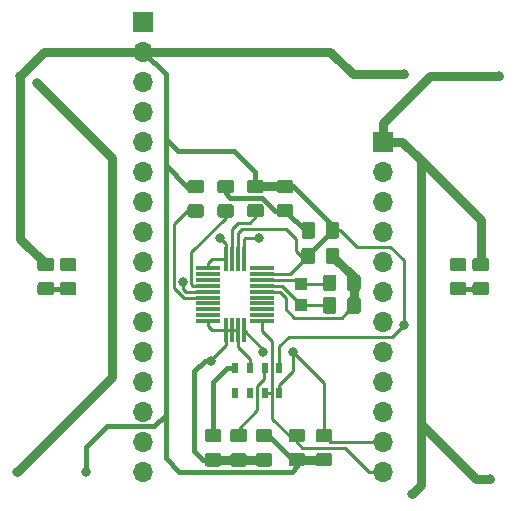
<source format=gbr>
G04 #@! TF.GenerationSoftware,KiCad,Pcbnew,(5.1.5)-3*
G04 #@! TF.CreationDate,2019-12-26T08:27:47-08:00*
G04 #@! TF.ProjectId,featherwing_copter,66656174-6865-4727-9769-6e675f636f70,rev?*
G04 #@! TF.SameCoordinates,Original*
G04 #@! TF.FileFunction,Copper,L1,Top*
G04 #@! TF.FilePolarity,Positive*
%FSLAX46Y46*%
G04 Gerber Fmt 4.6, Leading zero omitted, Abs format (unit mm)*
G04 Created by KiCad (PCBNEW (5.1.5)-3) date 2019-12-26 08:27:47*
%MOMM*%
%LPD*%
G04 APERTURE LIST*
%ADD10R,0.300000X2.000000*%
%ADD11R,2.000000X0.300000*%
%ADD12C,0.100000*%
%ADD13R,0.550000X0.950000*%
%ADD14R,1.100000X1.050000*%
%ADD15O,1.700000X1.700000*%
%ADD16R,1.700000X1.700000*%
%ADD17C,0.800000*%
%ADD18C,0.254000*%
%ADD19C,0.381000*%
%ADD20C,0.762000*%
%ADD21C,0.250000*%
G04 APERTURE END LIST*
D10*
X149237000Y-83264000D03*
X149737000Y-83264000D03*
X150237000Y-83264000D03*
X150737000Y-83264000D03*
X149237000Y-77264000D03*
X149737000Y-77264000D03*
X150237000Y-77264000D03*
X150737000Y-77264000D03*
D11*
X147687000Y-82514000D03*
X147687000Y-82014000D03*
X147687000Y-81514000D03*
X147687000Y-81014000D03*
X147687000Y-80514000D03*
X147687000Y-80014000D03*
X147687000Y-79514000D03*
X147687000Y-79014000D03*
X147687000Y-78514000D03*
X147687000Y-78014000D03*
X152287000Y-82514000D03*
X152287000Y-82014000D03*
X152287000Y-81514000D03*
X152287000Y-81014000D03*
X152287000Y-80514000D03*
X152287000Y-80014000D03*
X152287000Y-79514000D03*
X152287000Y-79014000D03*
X152287000Y-78514000D03*
X152287000Y-78014000D03*
G04 #@! TA.AperFunction,SMDPad,CuDef*
D12*
G36*
X154728705Y-70537204D02*
G01*
X154752973Y-70540804D01*
X154776772Y-70546765D01*
X154799871Y-70555030D01*
X154822050Y-70565520D01*
X154843093Y-70578132D01*
X154862799Y-70592747D01*
X154880977Y-70609223D01*
X154897453Y-70627401D01*
X154912068Y-70647107D01*
X154924680Y-70668150D01*
X154935170Y-70690329D01*
X154943435Y-70713428D01*
X154949396Y-70737227D01*
X154952996Y-70761495D01*
X154954200Y-70785999D01*
X154954200Y-71436001D01*
X154952996Y-71460505D01*
X154949396Y-71484773D01*
X154943435Y-71508572D01*
X154935170Y-71531671D01*
X154924680Y-71553850D01*
X154912068Y-71574893D01*
X154897453Y-71594599D01*
X154880977Y-71612777D01*
X154862799Y-71629253D01*
X154843093Y-71643868D01*
X154822050Y-71656480D01*
X154799871Y-71666970D01*
X154776772Y-71675235D01*
X154752973Y-71681196D01*
X154728705Y-71684796D01*
X154704201Y-71686000D01*
X153804199Y-71686000D01*
X153779695Y-71684796D01*
X153755427Y-71681196D01*
X153731628Y-71675235D01*
X153708529Y-71666970D01*
X153686350Y-71656480D01*
X153665307Y-71643868D01*
X153645601Y-71629253D01*
X153627423Y-71612777D01*
X153610947Y-71594599D01*
X153596332Y-71574893D01*
X153583720Y-71553850D01*
X153573230Y-71531671D01*
X153564965Y-71508572D01*
X153559004Y-71484773D01*
X153555404Y-71460505D01*
X153554200Y-71436001D01*
X153554200Y-70785999D01*
X153555404Y-70761495D01*
X153559004Y-70737227D01*
X153564965Y-70713428D01*
X153573230Y-70690329D01*
X153583720Y-70668150D01*
X153596332Y-70647107D01*
X153610947Y-70627401D01*
X153627423Y-70609223D01*
X153645601Y-70592747D01*
X153665307Y-70578132D01*
X153686350Y-70565520D01*
X153708529Y-70555030D01*
X153731628Y-70546765D01*
X153755427Y-70540804D01*
X153779695Y-70537204D01*
X153804199Y-70536000D01*
X154704201Y-70536000D01*
X154728705Y-70537204D01*
G37*
G04 #@! TD.AperFunction*
G04 #@! TA.AperFunction,SMDPad,CuDef*
G36*
X154728705Y-72587204D02*
G01*
X154752973Y-72590804D01*
X154776772Y-72596765D01*
X154799871Y-72605030D01*
X154822050Y-72615520D01*
X154843093Y-72628132D01*
X154862799Y-72642747D01*
X154880977Y-72659223D01*
X154897453Y-72677401D01*
X154912068Y-72697107D01*
X154924680Y-72718150D01*
X154935170Y-72740329D01*
X154943435Y-72763428D01*
X154949396Y-72787227D01*
X154952996Y-72811495D01*
X154954200Y-72835999D01*
X154954200Y-73486001D01*
X154952996Y-73510505D01*
X154949396Y-73534773D01*
X154943435Y-73558572D01*
X154935170Y-73581671D01*
X154924680Y-73603850D01*
X154912068Y-73624893D01*
X154897453Y-73644599D01*
X154880977Y-73662777D01*
X154862799Y-73679253D01*
X154843093Y-73693868D01*
X154822050Y-73706480D01*
X154799871Y-73716970D01*
X154776772Y-73725235D01*
X154752973Y-73731196D01*
X154728705Y-73734796D01*
X154704201Y-73736000D01*
X153804199Y-73736000D01*
X153779695Y-73734796D01*
X153755427Y-73731196D01*
X153731628Y-73725235D01*
X153708529Y-73716970D01*
X153686350Y-73706480D01*
X153665307Y-73693868D01*
X153645601Y-73679253D01*
X153627423Y-73662777D01*
X153610947Y-73644599D01*
X153596332Y-73624893D01*
X153583720Y-73603850D01*
X153573230Y-73581671D01*
X153564965Y-73558572D01*
X153559004Y-73534773D01*
X153555404Y-73510505D01*
X153554200Y-73486001D01*
X153554200Y-72835999D01*
X153555404Y-72811495D01*
X153559004Y-72787227D01*
X153564965Y-72763428D01*
X153573230Y-72740329D01*
X153583720Y-72718150D01*
X153596332Y-72697107D01*
X153610947Y-72677401D01*
X153627423Y-72659223D01*
X153645601Y-72642747D01*
X153665307Y-72628132D01*
X153686350Y-72615520D01*
X153708529Y-72605030D01*
X153731628Y-72596765D01*
X153755427Y-72590804D01*
X153779695Y-72587204D01*
X153804199Y-72586000D01*
X154704201Y-72586000D01*
X154728705Y-72587204D01*
G37*
G04 #@! TD.AperFunction*
D13*
X150017000Y-88637000D03*
X151267000Y-88637000D03*
X152517000Y-88637000D03*
X153767000Y-88637000D03*
X151267000Y-86487000D03*
X152517000Y-86487000D03*
X153767000Y-86487000D03*
X150017000Y-86487000D03*
G04 #@! TA.AperFunction,SMDPad,CuDef*
D12*
G36*
X134459505Y-77141204D02*
G01*
X134483773Y-77144804D01*
X134507572Y-77150765D01*
X134530671Y-77159030D01*
X134552850Y-77169520D01*
X134573893Y-77182132D01*
X134593599Y-77196747D01*
X134611777Y-77213223D01*
X134628253Y-77231401D01*
X134642868Y-77251107D01*
X134655480Y-77272150D01*
X134665970Y-77294329D01*
X134674235Y-77317428D01*
X134680196Y-77341227D01*
X134683796Y-77365495D01*
X134685000Y-77389999D01*
X134685000Y-78040001D01*
X134683796Y-78064505D01*
X134680196Y-78088773D01*
X134674235Y-78112572D01*
X134665970Y-78135671D01*
X134655480Y-78157850D01*
X134642868Y-78178893D01*
X134628253Y-78198599D01*
X134611777Y-78216777D01*
X134593599Y-78233253D01*
X134573893Y-78247868D01*
X134552850Y-78260480D01*
X134530671Y-78270970D01*
X134507572Y-78279235D01*
X134483773Y-78285196D01*
X134459505Y-78288796D01*
X134435001Y-78290000D01*
X133534999Y-78290000D01*
X133510495Y-78288796D01*
X133486227Y-78285196D01*
X133462428Y-78279235D01*
X133439329Y-78270970D01*
X133417150Y-78260480D01*
X133396107Y-78247868D01*
X133376401Y-78233253D01*
X133358223Y-78216777D01*
X133341747Y-78198599D01*
X133327132Y-78178893D01*
X133314520Y-78157850D01*
X133304030Y-78135671D01*
X133295765Y-78112572D01*
X133289804Y-78088773D01*
X133286204Y-78064505D01*
X133285000Y-78040001D01*
X133285000Y-77389999D01*
X133286204Y-77365495D01*
X133289804Y-77341227D01*
X133295765Y-77317428D01*
X133304030Y-77294329D01*
X133314520Y-77272150D01*
X133327132Y-77251107D01*
X133341747Y-77231401D01*
X133358223Y-77213223D01*
X133376401Y-77196747D01*
X133396107Y-77182132D01*
X133417150Y-77169520D01*
X133439329Y-77159030D01*
X133462428Y-77150765D01*
X133486227Y-77144804D01*
X133510495Y-77141204D01*
X133534999Y-77140000D01*
X134435001Y-77140000D01*
X134459505Y-77141204D01*
G37*
G04 #@! TD.AperFunction*
G04 #@! TA.AperFunction,SMDPad,CuDef*
G36*
X134459505Y-79191204D02*
G01*
X134483773Y-79194804D01*
X134507572Y-79200765D01*
X134530671Y-79209030D01*
X134552850Y-79219520D01*
X134573893Y-79232132D01*
X134593599Y-79246747D01*
X134611777Y-79263223D01*
X134628253Y-79281401D01*
X134642868Y-79301107D01*
X134655480Y-79322150D01*
X134665970Y-79344329D01*
X134674235Y-79367428D01*
X134680196Y-79391227D01*
X134683796Y-79415495D01*
X134685000Y-79439999D01*
X134685000Y-80090001D01*
X134683796Y-80114505D01*
X134680196Y-80138773D01*
X134674235Y-80162572D01*
X134665970Y-80185671D01*
X134655480Y-80207850D01*
X134642868Y-80228893D01*
X134628253Y-80248599D01*
X134611777Y-80266777D01*
X134593599Y-80283253D01*
X134573893Y-80297868D01*
X134552850Y-80310480D01*
X134530671Y-80320970D01*
X134507572Y-80329235D01*
X134483773Y-80335196D01*
X134459505Y-80338796D01*
X134435001Y-80340000D01*
X133534999Y-80340000D01*
X133510495Y-80338796D01*
X133486227Y-80335196D01*
X133462428Y-80329235D01*
X133439329Y-80320970D01*
X133417150Y-80310480D01*
X133396107Y-80297868D01*
X133376401Y-80283253D01*
X133358223Y-80266777D01*
X133341747Y-80248599D01*
X133327132Y-80228893D01*
X133314520Y-80207850D01*
X133304030Y-80185671D01*
X133295765Y-80162572D01*
X133289804Y-80138773D01*
X133286204Y-80114505D01*
X133285000Y-80090001D01*
X133285000Y-79439999D01*
X133286204Y-79415495D01*
X133289804Y-79391227D01*
X133295765Y-79367428D01*
X133304030Y-79344329D01*
X133314520Y-79322150D01*
X133327132Y-79301107D01*
X133341747Y-79281401D01*
X133358223Y-79263223D01*
X133376401Y-79246747D01*
X133396107Y-79232132D01*
X133417150Y-79219520D01*
X133439329Y-79209030D01*
X133462428Y-79200765D01*
X133486227Y-79194804D01*
X133510495Y-79191204D01*
X133534999Y-79190000D01*
X134435001Y-79190000D01*
X134459505Y-79191204D01*
G37*
G04 #@! TD.AperFunction*
G04 #@! TA.AperFunction,SMDPad,CuDef*
G36*
X171289505Y-77141204D02*
G01*
X171313773Y-77144804D01*
X171337572Y-77150765D01*
X171360671Y-77159030D01*
X171382850Y-77169520D01*
X171403893Y-77182132D01*
X171423599Y-77196747D01*
X171441777Y-77213223D01*
X171458253Y-77231401D01*
X171472868Y-77251107D01*
X171485480Y-77272150D01*
X171495970Y-77294329D01*
X171504235Y-77317428D01*
X171510196Y-77341227D01*
X171513796Y-77365495D01*
X171515000Y-77389999D01*
X171515000Y-78040001D01*
X171513796Y-78064505D01*
X171510196Y-78088773D01*
X171504235Y-78112572D01*
X171495970Y-78135671D01*
X171485480Y-78157850D01*
X171472868Y-78178893D01*
X171458253Y-78198599D01*
X171441777Y-78216777D01*
X171423599Y-78233253D01*
X171403893Y-78247868D01*
X171382850Y-78260480D01*
X171360671Y-78270970D01*
X171337572Y-78279235D01*
X171313773Y-78285196D01*
X171289505Y-78288796D01*
X171265001Y-78290000D01*
X170364999Y-78290000D01*
X170340495Y-78288796D01*
X170316227Y-78285196D01*
X170292428Y-78279235D01*
X170269329Y-78270970D01*
X170247150Y-78260480D01*
X170226107Y-78247868D01*
X170206401Y-78233253D01*
X170188223Y-78216777D01*
X170171747Y-78198599D01*
X170157132Y-78178893D01*
X170144520Y-78157850D01*
X170134030Y-78135671D01*
X170125765Y-78112572D01*
X170119804Y-78088773D01*
X170116204Y-78064505D01*
X170115000Y-78040001D01*
X170115000Y-77389999D01*
X170116204Y-77365495D01*
X170119804Y-77341227D01*
X170125765Y-77317428D01*
X170134030Y-77294329D01*
X170144520Y-77272150D01*
X170157132Y-77251107D01*
X170171747Y-77231401D01*
X170188223Y-77213223D01*
X170206401Y-77196747D01*
X170226107Y-77182132D01*
X170247150Y-77169520D01*
X170269329Y-77159030D01*
X170292428Y-77150765D01*
X170316227Y-77144804D01*
X170340495Y-77141204D01*
X170364999Y-77140000D01*
X171265001Y-77140000D01*
X171289505Y-77141204D01*
G37*
G04 #@! TD.AperFunction*
G04 #@! TA.AperFunction,SMDPad,CuDef*
G36*
X171289505Y-79191204D02*
G01*
X171313773Y-79194804D01*
X171337572Y-79200765D01*
X171360671Y-79209030D01*
X171382850Y-79219520D01*
X171403893Y-79232132D01*
X171423599Y-79246747D01*
X171441777Y-79263223D01*
X171458253Y-79281401D01*
X171472868Y-79301107D01*
X171485480Y-79322150D01*
X171495970Y-79344329D01*
X171504235Y-79367428D01*
X171510196Y-79391227D01*
X171513796Y-79415495D01*
X171515000Y-79439999D01*
X171515000Y-80090001D01*
X171513796Y-80114505D01*
X171510196Y-80138773D01*
X171504235Y-80162572D01*
X171495970Y-80185671D01*
X171485480Y-80207850D01*
X171472868Y-80228893D01*
X171458253Y-80248599D01*
X171441777Y-80266777D01*
X171423599Y-80283253D01*
X171403893Y-80297868D01*
X171382850Y-80310480D01*
X171360671Y-80320970D01*
X171337572Y-80329235D01*
X171313773Y-80335196D01*
X171289505Y-80338796D01*
X171265001Y-80340000D01*
X170364999Y-80340000D01*
X170340495Y-80338796D01*
X170316227Y-80335196D01*
X170292428Y-80329235D01*
X170269329Y-80320970D01*
X170247150Y-80310480D01*
X170226107Y-80297868D01*
X170206401Y-80283253D01*
X170188223Y-80266777D01*
X170171747Y-80248599D01*
X170157132Y-80228893D01*
X170144520Y-80207850D01*
X170134030Y-80185671D01*
X170125765Y-80162572D01*
X170119804Y-80138773D01*
X170116204Y-80114505D01*
X170115000Y-80090001D01*
X170115000Y-79439999D01*
X170116204Y-79415495D01*
X170119804Y-79391227D01*
X170125765Y-79367428D01*
X170134030Y-79344329D01*
X170144520Y-79322150D01*
X170157132Y-79301107D01*
X170171747Y-79281401D01*
X170188223Y-79263223D01*
X170206401Y-79246747D01*
X170226107Y-79232132D01*
X170247150Y-79219520D01*
X170269329Y-79209030D01*
X170292428Y-79200765D01*
X170316227Y-79194804D01*
X170340495Y-79191204D01*
X170364999Y-79190000D01*
X171265001Y-79190000D01*
X171289505Y-79191204D01*
G37*
G04 #@! TD.AperFunction*
G04 #@! TA.AperFunction,SMDPad,CuDef*
G36*
X169384505Y-77141204D02*
G01*
X169408773Y-77144804D01*
X169432572Y-77150765D01*
X169455671Y-77159030D01*
X169477850Y-77169520D01*
X169498893Y-77182132D01*
X169518599Y-77196747D01*
X169536777Y-77213223D01*
X169553253Y-77231401D01*
X169567868Y-77251107D01*
X169580480Y-77272150D01*
X169590970Y-77294329D01*
X169599235Y-77317428D01*
X169605196Y-77341227D01*
X169608796Y-77365495D01*
X169610000Y-77389999D01*
X169610000Y-78040001D01*
X169608796Y-78064505D01*
X169605196Y-78088773D01*
X169599235Y-78112572D01*
X169590970Y-78135671D01*
X169580480Y-78157850D01*
X169567868Y-78178893D01*
X169553253Y-78198599D01*
X169536777Y-78216777D01*
X169518599Y-78233253D01*
X169498893Y-78247868D01*
X169477850Y-78260480D01*
X169455671Y-78270970D01*
X169432572Y-78279235D01*
X169408773Y-78285196D01*
X169384505Y-78288796D01*
X169360001Y-78290000D01*
X168459999Y-78290000D01*
X168435495Y-78288796D01*
X168411227Y-78285196D01*
X168387428Y-78279235D01*
X168364329Y-78270970D01*
X168342150Y-78260480D01*
X168321107Y-78247868D01*
X168301401Y-78233253D01*
X168283223Y-78216777D01*
X168266747Y-78198599D01*
X168252132Y-78178893D01*
X168239520Y-78157850D01*
X168229030Y-78135671D01*
X168220765Y-78112572D01*
X168214804Y-78088773D01*
X168211204Y-78064505D01*
X168210000Y-78040001D01*
X168210000Y-77389999D01*
X168211204Y-77365495D01*
X168214804Y-77341227D01*
X168220765Y-77317428D01*
X168229030Y-77294329D01*
X168239520Y-77272150D01*
X168252132Y-77251107D01*
X168266747Y-77231401D01*
X168283223Y-77213223D01*
X168301401Y-77196747D01*
X168321107Y-77182132D01*
X168342150Y-77169520D01*
X168364329Y-77159030D01*
X168387428Y-77150765D01*
X168411227Y-77144804D01*
X168435495Y-77141204D01*
X168459999Y-77140000D01*
X169360001Y-77140000D01*
X169384505Y-77141204D01*
G37*
G04 #@! TD.AperFunction*
G04 #@! TA.AperFunction,SMDPad,CuDef*
G36*
X169384505Y-79191204D02*
G01*
X169408773Y-79194804D01*
X169432572Y-79200765D01*
X169455671Y-79209030D01*
X169477850Y-79219520D01*
X169498893Y-79232132D01*
X169518599Y-79246747D01*
X169536777Y-79263223D01*
X169553253Y-79281401D01*
X169567868Y-79301107D01*
X169580480Y-79322150D01*
X169590970Y-79344329D01*
X169599235Y-79367428D01*
X169605196Y-79391227D01*
X169608796Y-79415495D01*
X169610000Y-79439999D01*
X169610000Y-80090001D01*
X169608796Y-80114505D01*
X169605196Y-80138773D01*
X169599235Y-80162572D01*
X169590970Y-80185671D01*
X169580480Y-80207850D01*
X169567868Y-80228893D01*
X169553253Y-80248599D01*
X169536777Y-80266777D01*
X169518599Y-80283253D01*
X169498893Y-80297868D01*
X169477850Y-80310480D01*
X169455671Y-80320970D01*
X169432572Y-80329235D01*
X169408773Y-80335196D01*
X169384505Y-80338796D01*
X169360001Y-80340000D01*
X168459999Y-80340000D01*
X168435495Y-80338796D01*
X168411227Y-80335196D01*
X168387428Y-80329235D01*
X168364329Y-80320970D01*
X168342150Y-80310480D01*
X168321107Y-80297868D01*
X168301401Y-80283253D01*
X168283223Y-80266777D01*
X168266747Y-80248599D01*
X168252132Y-80228893D01*
X168239520Y-80207850D01*
X168229030Y-80185671D01*
X168220765Y-80162572D01*
X168214804Y-80138773D01*
X168211204Y-80114505D01*
X168210000Y-80090001D01*
X168210000Y-79439999D01*
X168211204Y-79415495D01*
X168214804Y-79391227D01*
X168220765Y-79367428D01*
X168229030Y-79344329D01*
X168239520Y-79322150D01*
X168252132Y-79301107D01*
X168266747Y-79281401D01*
X168283223Y-79263223D01*
X168301401Y-79246747D01*
X168321107Y-79232132D01*
X168342150Y-79219520D01*
X168364329Y-79209030D01*
X168387428Y-79200765D01*
X168411227Y-79194804D01*
X168435495Y-79191204D01*
X168459999Y-79190000D01*
X169360001Y-79190000D01*
X169384505Y-79191204D01*
G37*
G04 #@! TD.AperFunction*
G04 #@! TA.AperFunction,SMDPad,CuDef*
G36*
X136364505Y-77141204D02*
G01*
X136388773Y-77144804D01*
X136412572Y-77150765D01*
X136435671Y-77159030D01*
X136457850Y-77169520D01*
X136478893Y-77182132D01*
X136498599Y-77196747D01*
X136516777Y-77213223D01*
X136533253Y-77231401D01*
X136547868Y-77251107D01*
X136560480Y-77272150D01*
X136570970Y-77294329D01*
X136579235Y-77317428D01*
X136585196Y-77341227D01*
X136588796Y-77365495D01*
X136590000Y-77389999D01*
X136590000Y-78040001D01*
X136588796Y-78064505D01*
X136585196Y-78088773D01*
X136579235Y-78112572D01*
X136570970Y-78135671D01*
X136560480Y-78157850D01*
X136547868Y-78178893D01*
X136533253Y-78198599D01*
X136516777Y-78216777D01*
X136498599Y-78233253D01*
X136478893Y-78247868D01*
X136457850Y-78260480D01*
X136435671Y-78270970D01*
X136412572Y-78279235D01*
X136388773Y-78285196D01*
X136364505Y-78288796D01*
X136340001Y-78290000D01*
X135439999Y-78290000D01*
X135415495Y-78288796D01*
X135391227Y-78285196D01*
X135367428Y-78279235D01*
X135344329Y-78270970D01*
X135322150Y-78260480D01*
X135301107Y-78247868D01*
X135281401Y-78233253D01*
X135263223Y-78216777D01*
X135246747Y-78198599D01*
X135232132Y-78178893D01*
X135219520Y-78157850D01*
X135209030Y-78135671D01*
X135200765Y-78112572D01*
X135194804Y-78088773D01*
X135191204Y-78064505D01*
X135190000Y-78040001D01*
X135190000Y-77389999D01*
X135191204Y-77365495D01*
X135194804Y-77341227D01*
X135200765Y-77317428D01*
X135209030Y-77294329D01*
X135219520Y-77272150D01*
X135232132Y-77251107D01*
X135246747Y-77231401D01*
X135263223Y-77213223D01*
X135281401Y-77196747D01*
X135301107Y-77182132D01*
X135322150Y-77169520D01*
X135344329Y-77159030D01*
X135367428Y-77150765D01*
X135391227Y-77144804D01*
X135415495Y-77141204D01*
X135439999Y-77140000D01*
X136340001Y-77140000D01*
X136364505Y-77141204D01*
G37*
G04 #@! TD.AperFunction*
G04 #@! TA.AperFunction,SMDPad,CuDef*
G36*
X136364505Y-79191204D02*
G01*
X136388773Y-79194804D01*
X136412572Y-79200765D01*
X136435671Y-79209030D01*
X136457850Y-79219520D01*
X136478893Y-79232132D01*
X136498599Y-79246747D01*
X136516777Y-79263223D01*
X136533253Y-79281401D01*
X136547868Y-79301107D01*
X136560480Y-79322150D01*
X136570970Y-79344329D01*
X136579235Y-79367428D01*
X136585196Y-79391227D01*
X136588796Y-79415495D01*
X136590000Y-79439999D01*
X136590000Y-80090001D01*
X136588796Y-80114505D01*
X136585196Y-80138773D01*
X136579235Y-80162572D01*
X136570970Y-80185671D01*
X136560480Y-80207850D01*
X136547868Y-80228893D01*
X136533253Y-80248599D01*
X136516777Y-80266777D01*
X136498599Y-80283253D01*
X136478893Y-80297868D01*
X136457850Y-80310480D01*
X136435671Y-80320970D01*
X136412572Y-80329235D01*
X136388773Y-80335196D01*
X136364505Y-80338796D01*
X136340001Y-80340000D01*
X135439999Y-80340000D01*
X135415495Y-80338796D01*
X135391227Y-80335196D01*
X135367428Y-80329235D01*
X135344329Y-80320970D01*
X135322150Y-80310480D01*
X135301107Y-80297868D01*
X135281401Y-80283253D01*
X135263223Y-80266777D01*
X135246747Y-80248599D01*
X135232132Y-80228893D01*
X135219520Y-80207850D01*
X135209030Y-80185671D01*
X135200765Y-80162572D01*
X135194804Y-80138773D01*
X135191204Y-80114505D01*
X135190000Y-80090001D01*
X135190000Y-79439999D01*
X135191204Y-79415495D01*
X135194804Y-79391227D01*
X135200765Y-79367428D01*
X135209030Y-79344329D01*
X135219520Y-79322150D01*
X135232132Y-79301107D01*
X135246747Y-79281401D01*
X135263223Y-79263223D01*
X135281401Y-79246747D01*
X135301107Y-79232132D01*
X135322150Y-79219520D01*
X135344329Y-79209030D01*
X135367428Y-79200765D01*
X135391227Y-79194804D01*
X135415495Y-79191204D01*
X135439999Y-79190000D01*
X136340001Y-79190000D01*
X136364505Y-79191204D01*
G37*
G04 #@! TD.AperFunction*
G04 #@! TA.AperFunction,SMDPad,CuDef*
G36*
X158616905Y-74129604D02*
G01*
X158641173Y-74133204D01*
X158664972Y-74139165D01*
X158688071Y-74147430D01*
X158710250Y-74157920D01*
X158731293Y-74170532D01*
X158750999Y-74185147D01*
X158769177Y-74201623D01*
X158785653Y-74219801D01*
X158800268Y-74239507D01*
X158812880Y-74260550D01*
X158823370Y-74282729D01*
X158831635Y-74305828D01*
X158837596Y-74329627D01*
X158841196Y-74353895D01*
X158842400Y-74378399D01*
X158842400Y-75278401D01*
X158841196Y-75302905D01*
X158837596Y-75327173D01*
X158831635Y-75350972D01*
X158823370Y-75374071D01*
X158812880Y-75396250D01*
X158800268Y-75417293D01*
X158785653Y-75436999D01*
X158769177Y-75455177D01*
X158750999Y-75471653D01*
X158731293Y-75486268D01*
X158710250Y-75498880D01*
X158688071Y-75509370D01*
X158664972Y-75517635D01*
X158641173Y-75523596D01*
X158616905Y-75527196D01*
X158592401Y-75528400D01*
X157942399Y-75528400D01*
X157917895Y-75527196D01*
X157893627Y-75523596D01*
X157869828Y-75517635D01*
X157846729Y-75509370D01*
X157824550Y-75498880D01*
X157803507Y-75486268D01*
X157783801Y-75471653D01*
X157765623Y-75455177D01*
X157749147Y-75436999D01*
X157734532Y-75417293D01*
X157721920Y-75396250D01*
X157711430Y-75374071D01*
X157703165Y-75350972D01*
X157697204Y-75327173D01*
X157693604Y-75302905D01*
X157692400Y-75278401D01*
X157692400Y-74378399D01*
X157693604Y-74353895D01*
X157697204Y-74329627D01*
X157703165Y-74305828D01*
X157711430Y-74282729D01*
X157721920Y-74260550D01*
X157734532Y-74239507D01*
X157749147Y-74219801D01*
X157765623Y-74201623D01*
X157783801Y-74185147D01*
X157803507Y-74170532D01*
X157824550Y-74157920D01*
X157846729Y-74147430D01*
X157869828Y-74139165D01*
X157893627Y-74133204D01*
X157917895Y-74129604D01*
X157942399Y-74128400D01*
X158592401Y-74128400D01*
X158616905Y-74129604D01*
G37*
G04 #@! TD.AperFunction*
G04 #@! TA.AperFunction,SMDPad,CuDef*
G36*
X156566905Y-74129604D02*
G01*
X156591173Y-74133204D01*
X156614972Y-74139165D01*
X156638071Y-74147430D01*
X156660250Y-74157920D01*
X156681293Y-74170532D01*
X156700999Y-74185147D01*
X156719177Y-74201623D01*
X156735653Y-74219801D01*
X156750268Y-74239507D01*
X156762880Y-74260550D01*
X156773370Y-74282729D01*
X156781635Y-74305828D01*
X156787596Y-74329627D01*
X156791196Y-74353895D01*
X156792400Y-74378399D01*
X156792400Y-75278401D01*
X156791196Y-75302905D01*
X156787596Y-75327173D01*
X156781635Y-75350972D01*
X156773370Y-75374071D01*
X156762880Y-75396250D01*
X156750268Y-75417293D01*
X156735653Y-75436999D01*
X156719177Y-75455177D01*
X156700999Y-75471653D01*
X156681293Y-75486268D01*
X156660250Y-75498880D01*
X156638071Y-75509370D01*
X156614972Y-75517635D01*
X156591173Y-75523596D01*
X156566905Y-75527196D01*
X156542401Y-75528400D01*
X155892399Y-75528400D01*
X155867895Y-75527196D01*
X155843627Y-75523596D01*
X155819828Y-75517635D01*
X155796729Y-75509370D01*
X155774550Y-75498880D01*
X155753507Y-75486268D01*
X155733801Y-75471653D01*
X155715623Y-75455177D01*
X155699147Y-75436999D01*
X155684532Y-75417293D01*
X155671920Y-75396250D01*
X155661430Y-75374071D01*
X155653165Y-75350972D01*
X155647204Y-75327173D01*
X155643604Y-75302905D01*
X155642400Y-75278401D01*
X155642400Y-74378399D01*
X155643604Y-74353895D01*
X155647204Y-74329627D01*
X155653165Y-74305828D01*
X155661430Y-74282729D01*
X155671920Y-74260550D01*
X155684532Y-74239507D01*
X155699147Y-74219801D01*
X155715623Y-74201623D01*
X155733801Y-74185147D01*
X155753507Y-74170532D01*
X155774550Y-74157920D01*
X155796729Y-74147430D01*
X155819828Y-74139165D01*
X155843627Y-74133204D01*
X155867895Y-74129604D01*
X155892399Y-74128400D01*
X156542401Y-74128400D01*
X156566905Y-74129604D01*
G37*
G04 #@! TD.AperFunction*
G04 #@! TA.AperFunction,SMDPad,CuDef*
G36*
X156559505Y-76288604D02*
G01*
X156583773Y-76292204D01*
X156607572Y-76298165D01*
X156630671Y-76306430D01*
X156652850Y-76316920D01*
X156673893Y-76329532D01*
X156693599Y-76344147D01*
X156711777Y-76360623D01*
X156728253Y-76378801D01*
X156742868Y-76398507D01*
X156755480Y-76419550D01*
X156765970Y-76441729D01*
X156774235Y-76464828D01*
X156780196Y-76488627D01*
X156783796Y-76512895D01*
X156785000Y-76537399D01*
X156785000Y-77437401D01*
X156783796Y-77461905D01*
X156780196Y-77486173D01*
X156774235Y-77509972D01*
X156765970Y-77533071D01*
X156755480Y-77555250D01*
X156742868Y-77576293D01*
X156728253Y-77595999D01*
X156711777Y-77614177D01*
X156693599Y-77630653D01*
X156673893Y-77645268D01*
X156652850Y-77657880D01*
X156630671Y-77668370D01*
X156607572Y-77676635D01*
X156583773Y-77682596D01*
X156559505Y-77686196D01*
X156535001Y-77687400D01*
X155884999Y-77687400D01*
X155860495Y-77686196D01*
X155836227Y-77682596D01*
X155812428Y-77676635D01*
X155789329Y-77668370D01*
X155767150Y-77657880D01*
X155746107Y-77645268D01*
X155726401Y-77630653D01*
X155708223Y-77614177D01*
X155691747Y-77595999D01*
X155677132Y-77576293D01*
X155664520Y-77555250D01*
X155654030Y-77533071D01*
X155645765Y-77509972D01*
X155639804Y-77486173D01*
X155636204Y-77461905D01*
X155635000Y-77437401D01*
X155635000Y-76537399D01*
X155636204Y-76512895D01*
X155639804Y-76488627D01*
X155645765Y-76464828D01*
X155654030Y-76441729D01*
X155664520Y-76419550D01*
X155677132Y-76398507D01*
X155691747Y-76378801D01*
X155708223Y-76360623D01*
X155726401Y-76344147D01*
X155746107Y-76329532D01*
X155767150Y-76316920D01*
X155789329Y-76306430D01*
X155812428Y-76298165D01*
X155836227Y-76292204D01*
X155860495Y-76288604D01*
X155884999Y-76287400D01*
X156535001Y-76287400D01*
X156559505Y-76288604D01*
G37*
G04 #@! TD.AperFunction*
G04 #@! TA.AperFunction,SMDPad,CuDef*
G36*
X158609505Y-76288604D02*
G01*
X158633773Y-76292204D01*
X158657572Y-76298165D01*
X158680671Y-76306430D01*
X158702850Y-76316920D01*
X158723893Y-76329532D01*
X158743599Y-76344147D01*
X158761777Y-76360623D01*
X158778253Y-76378801D01*
X158792868Y-76398507D01*
X158805480Y-76419550D01*
X158815970Y-76441729D01*
X158824235Y-76464828D01*
X158830196Y-76488627D01*
X158833796Y-76512895D01*
X158835000Y-76537399D01*
X158835000Y-77437401D01*
X158833796Y-77461905D01*
X158830196Y-77486173D01*
X158824235Y-77509972D01*
X158815970Y-77533071D01*
X158805480Y-77555250D01*
X158792868Y-77576293D01*
X158778253Y-77595999D01*
X158761777Y-77614177D01*
X158743599Y-77630653D01*
X158723893Y-77645268D01*
X158702850Y-77657880D01*
X158680671Y-77668370D01*
X158657572Y-77676635D01*
X158633773Y-77682596D01*
X158609505Y-77686196D01*
X158585001Y-77687400D01*
X157934999Y-77687400D01*
X157910495Y-77686196D01*
X157886227Y-77682596D01*
X157862428Y-77676635D01*
X157839329Y-77668370D01*
X157817150Y-77657880D01*
X157796107Y-77645268D01*
X157776401Y-77630653D01*
X157758223Y-77614177D01*
X157741747Y-77595999D01*
X157727132Y-77576293D01*
X157714520Y-77555250D01*
X157704030Y-77533071D01*
X157695765Y-77509972D01*
X157689804Y-77486173D01*
X157686204Y-77461905D01*
X157685000Y-77437401D01*
X157685000Y-76537399D01*
X157686204Y-76512895D01*
X157689804Y-76488627D01*
X157695765Y-76464828D01*
X157704030Y-76441729D01*
X157714520Y-76419550D01*
X157727132Y-76398507D01*
X157741747Y-76378801D01*
X157758223Y-76360623D01*
X157776401Y-76344147D01*
X157796107Y-76329532D01*
X157817150Y-76316920D01*
X157839329Y-76306430D01*
X157862428Y-76298165D01*
X157886227Y-76292204D01*
X157910495Y-76288604D01*
X157934999Y-76287400D01*
X158585001Y-76287400D01*
X158609505Y-76288604D01*
G37*
G04 #@! TD.AperFunction*
D14*
X155625800Y-81178400D03*
X155625800Y-79328400D03*
G04 #@! TA.AperFunction,SMDPad,CuDef*
D12*
G36*
X147159505Y-72596204D02*
G01*
X147183773Y-72599804D01*
X147207572Y-72605765D01*
X147230671Y-72614030D01*
X147252850Y-72624520D01*
X147273893Y-72637132D01*
X147293599Y-72651747D01*
X147311777Y-72668223D01*
X147328253Y-72686401D01*
X147342868Y-72706107D01*
X147355480Y-72727150D01*
X147365970Y-72749329D01*
X147374235Y-72772428D01*
X147380196Y-72796227D01*
X147383796Y-72820495D01*
X147385000Y-72844999D01*
X147385000Y-73495001D01*
X147383796Y-73519505D01*
X147380196Y-73543773D01*
X147374235Y-73567572D01*
X147365970Y-73590671D01*
X147355480Y-73612850D01*
X147342868Y-73633893D01*
X147328253Y-73653599D01*
X147311777Y-73671777D01*
X147293599Y-73688253D01*
X147273893Y-73702868D01*
X147252850Y-73715480D01*
X147230671Y-73725970D01*
X147207572Y-73734235D01*
X147183773Y-73740196D01*
X147159505Y-73743796D01*
X147135001Y-73745000D01*
X146234999Y-73745000D01*
X146210495Y-73743796D01*
X146186227Y-73740196D01*
X146162428Y-73734235D01*
X146139329Y-73725970D01*
X146117150Y-73715480D01*
X146096107Y-73702868D01*
X146076401Y-73688253D01*
X146058223Y-73671777D01*
X146041747Y-73653599D01*
X146027132Y-73633893D01*
X146014520Y-73612850D01*
X146004030Y-73590671D01*
X145995765Y-73567572D01*
X145989804Y-73543773D01*
X145986204Y-73519505D01*
X145985000Y-73495001D01*
X145985000Y-72844999D01*
X145986204Y-72820495D01*
X145989804Y-72796227D01*
X145995765Y-72772428D01*
X146004030Y-72749329D01*
X146014520Y-72727150D01*
X146027132Y-72706107D01*
X146041747Y-72686401D01*
X146058223Y-72668223D01*
X146076401Y-72651747D01*
X146096107Y-72637132D01*
X146117150Y-72624520D01*
X146139329Y-72614030D01*
X146162428Y-72605765D01*
X146186227Y-72599804D01*
X146210495Y-72596204D01*
X146234999Y-72595000D01*
X147135001Y-72595000D01*
X147159505Y-72596204D01*
G37*
G04 #@! TD.AperFunction*
G04 #@! TA.AperFunction,SMDPad,CuDef*
G36*
X147159505Y-70546204D02*
G01*
X147183773Y-70549804D01*
X147207572Y-70555765D01*
X147230671Y-70564030D01*
X147252850Y-70574520D01*
X147273893Y-70587132D01*
X147293599Y-70601747D01*
X147311777Y-70618223D01*
X147328253Y-70636401D01*
X147342868Y-70656107D01*
X147355480Y-70677150D01*
X147365970Y-70699329D01*
X147374235Y-70722428D01*
X147380196Y-70746227D01*
X147383796Y-70770495D01*
X147385000Y-70794999D01*
X147385000Y-71445001D01*
X147383796Y-71469505D01*
X147380196Y-71493773D01*
X147374235Y-71517572D01*
X147365970Y-71540671D01*
X147355480Y-71562850D01*
X147342868Y-71583893D01*
X147328253Y-71603599D01*
X147311777Y-71621777D01*
X147293599Y-71638253D01*
X147273893Y-71652868D01*
X147252850Y-71665480D01*
X147230671Y-71675970D01*
X147207572Y-71684235D01*
X147183773Y-71690196D01*
X147159505Y-71693796D01*
X147135001Y-71695000D01*
X146234999Y-71695000D01*
X146210495Y-71693796D01*
X146186227Y-71690196D01*
X146162428Y-71684235D01*
X146139329Y-71675970D01*
X146117150Y-71665480D01*
X146096107Y-71652868D01*
X146076401Y-71638253D01*
X146058223Y-71621777D01*
X146041747Y-71603599D01*
X146027132Y-71583893D01*
X146014520Y-71562850D01*
X146004030Y-71540671D01*
X145995765Y-71517572D01*
X145989804Y-71493773D01*
X145986204Y-71469505D01*
X145985000Y-71445001D01*
X145985000Y-70794999D01*
X145986204Y-70770495D01*
X145989804Y-70746227D01*
X145995765Y-70722428D01*
X146004030Y-70699329D01*
X146014520Y-70677150D01*
X146027132Y-70656107D01*
X146041747Y-70636401D01*
X146058223Y-70618223D01*
X146076401Y-70601747D01*
X146096107Y-70587132D01*
X146117150Y-70574520D01*
X146139329Y-70564030D01*
X146162428Y-70555765D01*
X146186227Y-70549804D01*
X146210495Y-70546204D01*
X146234999Y-70545000D01*
X147135001Y-70545000D01*
X147159505Y-70546204D01*
G37*
G04 #@! TD.AperFunction*
G04 #@! TA.AperFunction,SMDPad,CuDef*
G36*
X152214105Y-72578204D02*
G01*
X152238373Y-72581804D01*
X152262172Y-72587765D01*
X152285271Y-72596030D01*
X152307450Y-72606520D01*
X152328493Y-72619132D01*
X152348199Y-72633747D01*
X152366377Y-72650223D01*
X152382853Y-72668401D01*
X152397468Y-72688107D01*
X152410080Y-72709150D01*
X152420570Y-72731329D01*
X152428835Y-72754428D01*
X152434796Y-72778227D01*
X152438396Y-72802495D01*
X152439600Y-72826999D01*
X152439600Y-73477001D01*
X152438396Y-73501505D01*
X152434796Y-73525773D01*
X152428835Y-73549572D01*
X152420570Y-73572671D01*
X152410080Y-73594850D01*
X152397468Y-73615893D01*
X152382853Y-73635599D01*
X152366377Y-73653777D01*
X152348199Y-73670253D01*
X152328493Y-73684868D01*
X152307450Y-73697480D01*
X152285271Y-73707970D01*
X152262172Y-73716235D01*
X152238373Y-73722196D01*
X152214105Y-73725796D01*
X152189601Y-73727000D01*
X151289599Y-73727000D01*
X151265095Y-73725796D01*
X151240827Y-73722196D01*
X151217028Y-73716235D01*
X151193929Y-73707970D01*
X151171750Y-73697480D01*
X151150707Y-73684868D01*
X151131001Y-73670253D01*
X151112823Y-73653777D01*
X151096347Y-73635599D01*
X151081732Y-73615893D01*
X151069120Y-73594850D01*
X151058630Y-73572671D01*
X151050365Y-73549572D01*
X151044404Y-73525773D01*
X151040804Y-73501505D01*
X151039600Y-73477001D01*
X151039600Y-72826999D01*
X151040804Y-72802495D01*
X151044404Y-72778227D01*
X151050365Y-72754428D01*
X151058630Y-72731329D01*
X151069120Y-72709150D01*
X151081732Y-72688107D01*
X151096347Y-72668401D01*
X151112823Y-72650223D01*
X151131001Y-72633747D01*
X151150707Y-72619132D01*
X151171750Y-72606520D01*
X151193929Y-72596030D01*
X151217028Y-72587765D01*
X151240827Y-72581804D01*
X151265095Y-72578204D01*
X151289599Y-72577000D01*
X152189601Y-72577000D01*
X152214105Y-72578204D01*
G37*
G04 #@! TD.AperFunction*
G04 #@! TA.AperFunction,SMDPad,CuDef*
G36*
X152214105Y-70528204D02*
G01*
X152238373Y-70531804D01*
X152262172Y-70537765D01*
X152285271Y-70546030D01*
X152307450Y-70556520D01*
X152328493Y-70569132D01*
X152348199Y-70583747D01*
X152366377Y-70600223D01*
X152382853Y-70618401D01*
X152397468Y-70638107D01*
X152410080Y-70659150D01*
X152420570Y-70681329D01*
X152428835Y-70704428D01*
X152434796Y-70728227D01*
X152438396Y-70752495D01*
X152439600Y-70776999D01*
X152439600Y-71427001D01*
X152438396Y-71451505D01*
X152434796Y-71475773D01*
X152428835Y-71499572D01*
X152420570Y-71522671D01*
X152410080Y-71544850D01*
X152397468Y-71565893D01*
X152382853Y-71585599D01*
X152366377Y-71603777D01*
X152348199Y-71620253D01*
X152328493Y-71634868D01*
X152307450Y-71647480D01*
X152285271Y-71657970D01*
X152262172Y-71666235D01*
X152238373Y-71672196D01*
X152214105Y-71675796D01*
X152189601Y-71677000D01*
X151289599Y-71677000D01*
X151265095Y-71675796D01*
X151240827Y-71672196D01*
X151217028Y-71666235D01*
X151193929Y-71657970D01*
X151171750Y-71647480D01*
X151150707Y-71634868D01*
X151131001Y-71620253D01*
X151112823Y-71603777D01*
X151096347Y-71585599D01*
X151081732Y-71565893D01*
X151069120Y-71544850D01*
X151058630Y-71522671D01*
X151050365Y-71499572D01*
X151044404Y-71475773D01*
X151040804Y-71451505D01*
X151039600Y-71427001D01*
X151039600Y-70776999D01*
X151040804Y-70752495D01*
X151044404Y-70728227D01*
X151050365Y-70704428D01*
X151058630Y-70681329D01*
X151069120Y-70659150D01*
X151081732Y-70638107D01*
X151096347Y-70618401D01*
X151112823Y-70600223D01*
X151131001Y-70583747D01*
X151150707Y-70569132D01*
X151171750Y-70556520D01*
X151193929Y-70546030D01*
X151217028Y-70537765D01*
X151240827Y-70531804D01*
X151265095Y-70528204D01*
X151289599Y-70527000D01*
X152189601Y-70527000D01*
X152214105Y-70528204D01*
G37*
G04 #@! TD.AperFunction*
G04 #@! TA.AperFunction,SMDPad,CuDef*
G36*
X155719305Y-91619204D02*
G01*
X155743573Y-91622804D01*
X155767372Y-91628765D01*
X155790471Y-91637030D01*
X155812650Y-91647520D01*
X155833693Y-91660132D01*
X155853399Y-91674747D01*
X155871577Y-91691223D01*
X155888053Y-91709401D01*
X155902668Y-91729107D01*
X155915280Y-91750150D01*
X155925770Y-91772329D01*
X155934035Y-91795428D01*
X155939996Y-91819227D01*
X155943596Y-91843495D01*
X155944800Y-91867999D01*
X155944800Y-92518001D01*
X155943596Y-92542505D01*
X155939996Y-92566773D01*
X155934035Y-92590572D01*
X155925770Y-92613671D01*
X155915280Y-92635850D01*
X155902668Y-92656893D01*
X155888053Y-92676599D01*
X155871577Y-92694777D01*
X155853399Y-92711253D01*
X155833693Y-92725868D01*
X155812650Y-92738480D01*
X155790471Y-92748970D01*
X155767372Y-92757235D01*
X155743573Y-92763196D01*
X155719305Y-92766796D01*
X155694801Y-92768000D01*
X154794799Y-92768000D01*
X154770295Y-92766796D01*
X154746027Y-92763196D01*
X154722228Y-92757235D01*
X154699129Y-92748970D01*
X154676950Y-92738480D01*
X154655907Y-92725868D01*
X154636201Y-92711253D01*
X154618023Y-92694777D01*
X154601547Y-92676599D01*
X154586932Y-92656893D01*
X154574320Y-92635850D01*
X154563830Y-92613671D01*
X154555565Y-92590572D01*
X154549604Y-92566773D01*
X154546004Y-92542505D01*
X154544800Y-92518001D01*
X154544800Y-91867999D01*
X154546004Y-91843495D01*
X154549604Y-91819227D01*
X154555565Y-91795428D01*
X154563830Y-91772329D01*
X154574320Y-91750150D01*
X154586932Y-91729107D01*
X154601547Y-91709401D01*
X154618023Y-91691223D01*
X154636201Y-91674747D01*
X154655907Y-91660132D01*
X154676950Y-91647520D01*
X154699129Y-91637030D01*
X154722228Y-91628765D01*
X154746027Y-91622804D01*
X154770295Y-91619204D01*
X154794799Y-91618000D01*
X155694801Y-91618000D01*
X155719305Y-91619204D01*
G37*
G04 #@! TD.AperFunction*
G04 #@! TA.AperFunction,SMDPad,CuDef*
G36*
X155719305Y-93669204D02*
G01*
X155743573Y-93672804D01*
X155767372Y-93678765D01*
X155790471Y-93687030D01*
X155812650Y-93697520D01*
X155833693Y-93710132D01*
X155853399Y-93724747D01*
X155871577Y-93741223D01*
X155888053Y-93759401D01*
X155902668Y-93779107D01*
X155915280Y-93800150D01*
X155925770Y-93822329D01*
X155934035Y-93845428D01*
X155939996Y-93869227D01*
X155943596Y-93893495D01*
X155944800Y-93917999D01*
X155944800Y-94568001D01*
X155943596Y-94592505D01*
X155939996Y-94616773D01*
X155934035Y-94640572D01*
X155925770Y-94663671D01*
X155915280Y-94685850D01*
X155902668Y-94706893D01*
X155888053Y-94726599D01*
X155871577Y-94744777D01*
X155853399Y-94761253D01*
X155833693Y-94775868D01*
X155812650Y-94788480D01*
X155790471Y-94798970D01*
X155767372Y-94807235D01*
X155743573Y-94813196D01*
X155719305Y-94816796D01*
X155694801Y-94818000D01*
X154794799Y-94818000D01*
X154770295Y-94816796D01*
X154746027Y-94813196D01*
X154722228Y-94807235D01*
X154699129Y-94798970D01*
X154676950Y-94788480D01*
X154655907Y-94775868D01*
X154636201Y-94761253D01*
X154618023Y-94744777D01*
X154601547Y-94726599D01*
X154586932Y-94706893D01*
X154574320Y-94685850D01*
X154563830Y-94663671D01*
X154555565Y-94640572D01*
X154549604Y-94616773D01*
X154546004Y-94592505D01*
X154544800Y-94568001D01*
X154544800Y-93917999D01*
X154546004Y-93893495D01*
X154549604Y-93869227D01*
X154555565Y-93845428D01*
X154563830Y-93822329D01*
X154574320Y-93800150D01*
X154586932Y-93779107D01*
X154601547Y-93759401D01*
X154618023Y-93741223D01*
X154636201Y-93724747D01*
X154655907Y-93710132D01*
X154676950Y-93697520D01*
X154699129Y-93687030D01*
X154722228Y-93678765D01*
X154746027Y-93672804D01*
X154770295Y-93669204D01*
X154794799Y-93668000D01*
X155694801Y-93668000D01*
X155719305Y-93669204D01*
G37*
G04 #@! TD.AperFunction*
G04 #@! TA.AperFunction,SMDPad,CuDef*
G36*
X158005305Y-91619204D02*
G01*
X158029573Y-91622804D01*
X158053372Y-91628765D01*
X158076471Y-91637030D01*
X158098650Y-91647520D01*
X158119693Y-91660132D01*
X158139399Y-91674747D01*
X158157577Y-91691223D01*
X158174053Y-91709401D01*
X158188668Y-91729107D01*
X158201280Y-91750150D01*
X158211770Y-91772329D01*
X158220035Y-91795428D01*
X158225996Y-91819227D01*
X158229596Y-91843495D01*
X158230800Y-91867999D01*
X158230800Y-92518001D01*
X158229596Y-92542505D01*
X158225996Y-92566773D01*
X158220035Y-92590572D01*
X158211770Y-92613671D01*
X158201280Y-92635850D01*
X158188668Y-92656893D01*
X158174053Y-92676599D01*
X158157577Y-92694777D01*
X158139399Y-92711253D01*
X158119693Y-92725868D01*
X158098650Y-92738480D01*
X158076471Y-92748970D01*
X158053372Y-92757235D01*
X158029573Y-92763196D01*
X158005305Y-92766796D01*
X157980801Y-92768000D01*
X157080799Y-92768000D01*
X157056295Y-92766796D01*
X157032027Y-92763196D01*
X157008228Y-92757235D01*
X156985129Y-92748970D01*
X156962950Y-92738480D01*
X156941907Y-92725868D01*
X156922201Y-92711253D01*
X156904023Y-92694777D01*
X156887547Y-92676599D01*
X156872932Y-92656893D01*
X156860320Y-92635850D01*
X156849830Y-92613671D01*
X156841565Y-92590572D01*
X156835604Y-92566773D01*
X156832004Y-92542505D01*
X156830800Y-92518001D01*
X156830800Y-91867999D01*
X156832004Y-91843495D01*
X156835604Y-91819227D01*
X156841565Y-91795428D01*
X156849830Y-91772329D01*
X156860320Y-91750150D01*
X156872932Y-91729107D01*
X156887547Y-91709401D01*
X156904023Y-91691223D01*
X156922201Y-91674747D01*
X156941907Y-91660132D01*
X156962950Y-91647520D01*
X156985129Y-91637030D01*
X157008228Y-91628765D01*
X157032027Y-91622804D01*
X157056295Y-91619204D01*
X157080799Y-91618000D01*
X157980801Y-91618000D01*
X158005305Y-91619204D01*
G37*
G04 #@! TD.AperFunction*
G04 #@! TA.AperFunction,SMDPad,CuDef*
G36*
X158005305Y-93669204D02*
G01*
X158029573Y-93672804D01*
X158053372Y-93678765D01*
X158076471Y-93687030D01*
X158098650Y-93697520D01*
X158119693Y-93710132D01*
X158139399Y-93724747D01*
X158157577Y-93741223D01*
X158174053Y-93759401D01*
X158188668Y-93779107D01*
X158201280Y-93800150D01*
X158211770Y-93822329D01*
X158220035Y-93845428D01*
X158225996Y-93869227D01*
X158229596Y-93893495D01*
X158230800Y-93917999D01*
X158230800Y-94568001D01*
X158229596Y-94592505D01*
X158225996Y-94616773D01*
X158220035Y-94640572D01*
X158211770Y-94663671D01*
X158201280Y-94685850D01*
X158188668Y-94706893D01*
X158174053Y-94726599D01*
X158157577Y-94744777D01*
X158139399Y-94761253D01*
X158119693Y-94775868D01*
X158098650Y-94788480D01*
X158076471Y-94798970D01*
X158053372Y-94807235D01*
X158029573Y-94813196D01*
X158005305Y-94816796D01*
X157980801Y-94818000D01*
X157080799Y-94818000D01*
X157056295Y-94816796D01*
X157032027Y-94813196D01*
X157008228Y-94807235D01*
X156985129Y-94798970D01*
X156962950Y-94788480D01*
X156941907Y-94775868D01*
X156922201Y-94761253D01*
X156904023Y-94744777D01*
X156887547Y-94726599D01*
X156872932Y-94706893D01*
X156860320Y-94685850D01*
X156849830Y-94663671D01*
X156841565Y-94640572D01*
X156835604Y-94616773D01*
X156832004Y-94592505D01*
X156830800Y-94568001D01*
X156830800Y-93917999D01*
X156832004Y-93893495D01*
X156835604Y-93869227D01*
X156841565Y-93845428D01*
X156849830Y-93822329D01*
X156860320Y-93800150D01*
X156872932Y-93779107D01*
X156887547Y-93759401D01*
X156904023Y-93741223D01*
X156922201Y-93724747D01*
X156941907Y-93710132D01*
X156962950Y-93697520D01*
X156985129Y-93687030D01*
X157008228Y-93678765D01*
X157032027Y-93672804D01*
X157056295Y-93669204D01*
X157080799Y-93668000D01*
X157980801Y-93668000D01*
X158005305Y-93669204D01*
G37*
G04 #@! TD.AperFunction*
G04 #@! TA.AperFunction,SMDPad,CuDef*
G36*
X158370305Y-78574604D02*
G01*
X158394573Y-78578204D01*
X158418372Y-78584165D01*
X158441471Y-78592430D01*
X158463650Y-78602920D01*
X158484693Y-78615532D01*
X158504399Y-78630147D01*
X158522577Y-78646623D01*
X158539053Y-78664801D01*
X158553668Y-78684507D01*
X158566280Y-78705550D01*
X158576770Y-78727729D01*
X158585035Y-78750828D01*
X158590996Y-78774627D01*
X158594596Y-78798895D01*
X158595800Y-78823399D01*
X158595800Y-79723401D01*
X158594596Y-79747905D01*
X158590996Y-79772173D01*
X158585035Y-79795972D01*
X158576770Y-79819071D01*
X158566280Y-79841250D01*
X158553668Y-79862293D01*
X158539053Y-79881999D01*
X158522577Y-79900177D01*
X158504399Y-79916653D01*
X158484693Y-79931268D01*
X158463650Y-79943880D01*
X158441471Y-79954370D01*
X158418372Y-79962635D01*
X158394573Y-79968596D01*
X158370305Y-79972196D01*
X158345801Y-79973400D01*
X157695799Y-79973400D01*
X157671295Y-79972196D01*
X157647027Y-79968596D01*
X157623228Y-79962635D01*
X157600129Y-79954370D01*
X157577950Y-79943880D01*
X157556907Y-79931268D01*
X157537201Y-79916653D01*
X157519023Y-79900177D01*
X157502547Y-79881999D01*
X157487932Y-79862293D01*
X157475320Y-79841250D01*
X157464830Y-79819071D01*
X157456565Y-79795972D01*
X157450604Y-79772173D01*
X157447004Y-79747905D01*
X157445800Y-79723401D01*
X157445800Y-78823399D01*
X157447004Y-78798895D01*
X157450604Y-78774627D01*
X157456565Y-78750828D01*
X157464830Y-78727729D01*
X157475320Y-78705550D01*
X157487932Y-78684507D01*
X157502547Y-78664801D01*
X157519023Y-78646623D01*
X157537201Y-78630147D01*
X157556907Y-78615532D01*
X157577950Y-78602920D01*
X157600129Y-78592430D01*
X157623228Y-78584165D01*
X157647027Y-78578204D01*
X157671295Y-78574604D01*
X157695799Y-78573400D01*
X158345801Y-78573400D01*
X158370305Y-78574604D01*
G37*
G04 #@! TD.AperFunction*
G04 #@! TA.AperFunction,SMDPad,CuDef*
G36*
X160420305Y-78574604D02*
G01*
X160444573Y-78578204D01*
X160468372Y-78584165D01*
X160491471Y-78592430D01*
X160513650Y-78602920D01*
X160534693Y-78615532D01*
X160554399Y-78630147D01*
X160572577Y-78646623D01*
X160589053Y-78664801D01*
X160603668Y-78684507D01*
X160616280Y-78705550D01*
X160626770Y-78727729D01*
X160635035Y-78750828D01*
X160640996Y-78774627D01*
X160644596Y-78798895D01*
X160645800Y-78823399D01*
X160645800Y-79723401D01*
X160644596Y-79747905D01*
X160640996Y-79772173D01*
X160635035Y-79795972D01*
X160626770Y-79819071D01*
X160616280Y-79841250D01*
X160603668Y-79862293D01*
X160589053Y-79881999D01*
X160572577Y-79900177D01*
X160554399Y-79916653D01*
X160534693Y-79931268D01*
X160513650Y-79943880D01*
X160491471Y-79954370D01*
X160468372Y-79962635D01*
X160444573Y-79968596D01*
X160420305Y-79972196D01*
X160395801Y-79973400D01*
X159745799Y-79973400D01*
X159721295Y-79972196D01*
X159697027Y-79968596D01*
X159673228Y-79962635D01*
X159650129Y-79954370D01*
X159627950Y-79943880D01*
X159606907Y-79931268D01*
X159587201Y-79916653D01*
X159569023Y-79900177D01*
X159552547Y-79881999D01*
X159537932Y-79862293D01*
X159525320Y-79841250D01*
X159514830Y-79819071D01*
X159506565Y-79795972D01*
X159500604Y-79772173D01*
X159497004Y-79747905D01*
X159495800Y-79723401D01*
X159495800Y-78823399D01*
X159497004Y-78798895D01*
X159500604Y-78774627D01*
X159506565Y-78750828D01*
X159514830Y-78727729D01*
X159525320Y-78705550D01*
X159537932Y-78684507D01*
X159552547Y-78664801D01*
X159569023Y-78646623D01*
X159587201Y-78630147D01*
X159606907Y-78615532D01*
X159627950Y-78602920D01*
X159650129Y-78592430D01*
X159673228Y-78584165D01*
X159697027Y-78578204D01*
X159721295Y-78574604D01*
X159745799Y-78573400D01*
X160395801Y-78573400D01*
X160420305Y-78574604D01*
G37*
G04 #@! TD.AperFunction*
G04 #@! TA.AperFunction,SMDPad,CuDef*
G36*
X160420305Y-80479604D02*
G01*
X160444573Y-80483204D01*
X160468372Y-80489165D01*
X160491471Y-80497430D01*
X160513650Y-80507920D01*
X160534693Y-80520532D01*
X160554399Y-80535147D01*
X160572577Y-80551623D01*
X160589053Y-80569801D01*
X160603668Y-80589507D01*
X160616280Y-80610550D01*
X160626770Y-80632729D01*
X160635035Y-80655828D01*
X160640996Y-80679627D01*
X160644596Y-80703895D01*
X160645800Y-80728399D01*
X160645800Y-81628401D01*
X160644596Y-81652905D01*
X160640996Y-81677173D01*
X160635035Y-81700972D01*
X160626770Y-81724071D01*
X160616280Y-81746250D01*
X160603668Y-81767293D01*
X160589053Y-81786999D01*
X160572577Y-81805177D01*
X160554399Y-81821653D01*
X160534693Y-81836268D01*
X160513650Y-81848880D01*
X160491471Y-81859370D01*
X160468372Y-81867635D01*
X160444573Y-81873596D01*
X160420305Y-81877196D01*
X160395801Y-81878400D01*
X159745799Y-81878400D01*
X159721295Y-81877196D01*
X159697027Y-81873596D01*
X159673228Y-81867635D01*
X159650129Y-81859370D01*
X159627950Y-81848880D01*
X159606907Y-81836268D01*
X159587201Y-81821653D01*
X159569023Y-81805177D01*
X159552547Y-81786999D01*
X159537932Y-81767293D01*
X159525320Y-81746250D01*
X159514830Y-81724071D01*
X159506565Y-81700972D01*
X159500604Y-81677173D01*
X159497004Y-81652905D01*
X159495800Y-81628401D01*
X159495800Y-80728399D01*
X159497004Y-80703895D01*
X159500604Y-80679627D01*
X159506565Y-80655828D01*
X159514830Y-80632729D01*
X159525320Y-80610550D01*
X159537932Y-80589507D01*
X159552547Y-80569801D01*
X159569023Y-80551623D01*
X159587201Y-80535147D01*
X159606907Y-80520532D01*
X159627950Y-80507920D01*
X159650129Y-80497430D01*
X159673228Y-80489165D01*
X159697027Y-80483204D01*
X159721295Y-80479604D01*
X159745799Y-80478400D01*
X160395801Y-80478400D01*
X160420305Y-80479604D01*
G37*
G04 #@! TD.AperFunction*
G04 #@! TA.AperFunction,SMDPad,CuDef*
G36*
X158370305Y-80479604D02*
G01*
X158394573Y-80483204D01*
X158418372Y-80489165D01*
X158441471Y-80497430D01*
X158463650Y-80507920D01*
X158484693Y-80520532D01*
X158504399Y-80535147D01*
X158522577Y-80551623D01*
X158539053Y-80569801D01*
X158553668Y-80589507D01*
X158566280Y-80610550D01*
X158576770Y-80632729D01*
X158585035Y-80655828D01*
X158590996Y-80679627D01*
X158594596Y-80703895D01*
X158595800Y-80728399D01*
X158595800Y-81628401D01*
X158594596Y-81652905D01*
X158590996Y-81677173D01*
X158585035Y-81700972D01*
X158576770Y-81724071D01*
X158566280Y-81746250D01*
X158553668Y-81767293D01*
X158539053Y-81786999D01*
X158522577Y-81805177D01*
X158504399Y-81821653D01*
X158484693Y-81836268D01*
X158463650Y-81848880D01*
X158441471Y-81859370D01*
X158418372Y-81867635D01*
X158394573Y-81873596D01*
X158370305Y-81877196D01*
X158345801Y-81878400D01*
X157695799Y-81878400D01*
X157671295Y-81877196D01*
X157647027Y-81873596D01*
X157623228Y-81867635D01*
X157600129Y-81859370D01*
X157577950Y-81848880D01*
X157556907Y-81836268D01*
X157537201Y-81821653D01*
X157519023Y-81805177D01*
X157502547Y-81786999D01*
X157487932Y-81767293D01*
X157475320Y-81746250D01*
X157464830Y-81724071D01*
X157456565Y-81700972D01*
X157450604Y-81677173D01*
X157447004Y-81652905D01*
X157445800Y-81628401D01*
X157445800Y-80728399D01*
X157447004Y-80703895D01*
X157450604Y-80679627D01*
X157456565Y-80655828D01*
X157464830Y-80632729D01*
X157475320Y-80610550D01*
X157487932Y-80589507D01*
X157502547Y-80569801D01*
X157519023Y-80551623D01*
X157537201Y-80535147D01*
X157556907Y-80520532D01*
X157577950Y-80507920D01*
X157600129Y-80497430D01*
X157623228Y-80489165D01*
X157647027Y-80483204D01*
X157671295Y-80479604D01*
X157695799Y-80478400D01*
X158345801Y-80478400D01*
X158370305Y-80479604D01*
G37*
G04 #@! TD.AperFunction*
G04 #@! TA.AperFunction,SMDPad,CuDef*
G36*
X149699505Y-72596204D02*
G01*
X149723773Y-72599804D01*
X149747572Y-72605765D01*
X149770671Y-72614030D01*
X149792850Y-72624520D01*
X149813893Y-72637132D01*
X149833599Y-72651747D01*
X149851777Y-72668223D01*
X149868253Y-72686401D01*
X149882868Y-72706107D01*
X149895480Y-72727150D01*
X149905970Y-72749329D01*
X149914235Y-72772428D01*
X149920196Y-72796227D01*
X149923796Y-72820495D01*
X149925000Y-72844999D01*
X149925000Y-73495001D01*
X149923796Y-73519505D01*
X149920196Y-73543773D01*
X149914235Y-73567572D01*
X149905970Y-73590671D01*
X149895480Y-73612850D01*
X149882868Y-73633893D01*
X149868253Y-73653599D01*
X149851777Y-73671777D01*
X149833599Y-73688253D01*
X149813893Y-73702868D01*
X149792850Y-73715480D01*
X149770671Y-73725970D01*
X149747572Y-73734235D01*
X149723773Y-73740196D01*
X149699505Y-73743796D01*
X149675001Y-73745000D01*
X148774999Y-73745000D01*
X148750495Y-73743796D01*
X148726227Y-73740196D01*
X148702428Y-73734235D01*
X148679329Y-73725970D01*
X148657150Y-73715480D01*
X148636107Y-73702868D01*
X148616401Y-73688253D01*
X148598223Y-73671777D01*
X148581747Y-73653599D01*
X148567132Y-73633893D01*
X148554520Y-73612850D01*
X148544030Y-73590671D01*
X148535765Y-73567572D01*
X148529804Y-73543773D01*
X148526204Y-73519505D01*
X148525000Y-73495001D01*
X148525000Y-72844999D01*
X148526204Y-72820495D01*
X148529804Y-72796227D01*
X148535765Y-72772428D01*
X148544030Y-72749329D01*
X148554520Y-72727150D01*
X148567132Y-72706107D01*
X148581747Y-72686401D01*
X148598223Y-72668223D01*
X148616401Y-72651747D01*
X148636107Y-72637132D01*
X148657150Y-72624520D01*
X148679329Y-72614030D01*
X148702428Y-72605765D01*
X148726227Y-72599804D01*
X148750495Y-72596204D01*
X148774999Y-72595000D01*
X149675001Y-72595000D01*
X149699505Y-72596204D01*
G37*
G04 #@! TD.AperFunction*
G04 #@! TA.AperFunction,SMDPad,CuDef*
G36*
X149699505Y-70546204D02*
G01*
X149723773Y-70549804D01*
X149747572Y-70555765D01*
X149770671Y-70564030D01*
X149792850Y-70574520D01*
X149813893Y-70587132D01*
X149833599Y-70601747D01*
X149851777Y-70618223D01*
X149868253Y-70636401D01*
X149882868Y-70656107D01*
X149895480Y-70677150D01*
X149905970Y-70699329D01*
X149914235Y-70722428D01*
X149920196Y-70746227D01*
X149923796Y-70770495D01*
X149925000Y-70794999D01*
X149925000Y-71445001D01*
X149923796Y-71469505D01*
X149920196Y-71493773D01*
X149914235Y-71517572D01*
X149905970Y-71540671D01*
X149895480Y-71562850D01*
X149882868Y-71583893D01*
X149868253Y-71603599D01*
X149851777Y-71621777D01*
X149833599Y-71638253D01*
X149813893Y-71652868D01*
X149792850Y-71665480D01*
X149770671Y-71675970D01*
X149747572Y-71684235D01*
X149723773Y-71690196D01*
X149699505Y-71693796D01*
X149675001Y-71695000D01*
X148774999Y-71695000D01*
X148750495Y-71693796D01*
X148726227Y-71690196D01*
X148702428Y-71684235D01*
X148679329Y-71675970D01*
X148657150Y-71665480D01*
X148636107Y-71652868D01*
X148616401Y-71638253D01*
X148598223Y-71621777D01*
X148581747Y-71603599D01*
X148567132Y-71583893D01*
X148554520Y-71562850D01*
X148544030Y-71540671D01*
X148535765Y-71517572D01*
X148529804Y-71493773D01*
X148526204Y-71469505D01*
X148525000Y-71445001D01*
X148525000Y-70794999D01*
X148526204Y-70770495D01*
X148529804Y-70746227D01*
X148535765Y-70722428D01*
X148544030Y-70699329D01*
X148554520Y-70677150D01*
X148567132Y-70656107D01*
X148581747Y-70636401D01*
X148598223Y-70618223D01*
X148616401Y-70601747D01*
X148636107Y-70587132D01*
X148657150Y-70574520D01*
X148679329Y-70564030D01*
X148702428Y-70555765D01*
X148726227Y-70549804D01*
X148750495Y-70546204D01*
X148774999Y-70545000D01*
X149675001Y-70545000D01*
X149699505Y-70546204D01*
G37*
G04 #@! TD.AperFunction*
D15*
X162560000Y-95250000D03*
X162560000Y-92710000D03*
X162560000Y-90170000D03*
X162560000Y-87630000D03*
X162560000Y-85090000D03*
X162560000Y-82550000D03*
X162560000Y-80010000D03*
X162560000Y-77470000D03*
X162560000Y-74930000D03*
X162560000Y-72390000D03*
X162560000Y-69850000D03*
D16*
X162560000Y-67310000D03*
D15*
X142240000Y-95250000D03*
X142240000Y-92710000D03*
X142240000Y-90170000D03*
X142240000Y-87630000D03*
X142240000Y-85090000D03*
X142240000Y-82550000D03*
X142240000Y-80010000D03*
X142240000Y-77470000D03*
X142240000Y-74930000D03*
X142240000Y-72390000D03*
X142240000Y-69850000D03*
X142240000Y-67310000D03*
X142240000Y-64770000D03*
X142240000Y-62230000D03*
X142240000Y-59690000D03*
D16*
X142240000Y-57150000D03*
G04 #@! TA.AperFunction,SMDPad,CuDef*
D12*
G36*
X150791705Y-93678204D02*
G01*
X150815973Y-93681804D01*
X150839772Y-93687765D01*
X150862871Y-93696030D01*
X150885050Y-93706520D01*
X150906093Y-93719132D01*
X150925799Y-93733747D01*
X150943977Y-93750223D01*
X150960453Y-93768401D01*
X150975068Y-93788107D01*
X150987680Y-93809150D01*
X150998170Y-93831329D01*
X151006435Y-93854428D01*
X151012396Y-93878227D01*
X151015996Y-93902495D01*
X151017200Y-93926999D01*
X151017200Y-94577001D01*
X151015996Y-94601505D01*
X151012396Y-94625773D01*
X151006435Y-94649572D01*
X150998170Y-94672671D01*
X150987680Y-94694850D01*
X150975068Y-94715893D01*
X150960453Y-94735599D01*
X150943977Y-94753777D01*
X150925799Y-94770253D01*
X150906093Y-94784868D01*
X150885050Y-94797480D01*
X150862871Y-94807970D01*
X150839772Y-94816235D01*
X150815973Y-94822196D01*
X150791705Y-94825796D01*
X150767201Y-94827000D01*
X149867199Y-94827000D01*
X149842695Y-94825796D01*
X149818427Y-94822196D01*
X149794628Y-94816235D01*
X149771529Y-94807970D01*
X149749350Y-94797480D01*
X149728307Y-94784868D01*
X149708601Y-94770253D01*
X149690423Y-94753777D01*
X149673947Y-94735599D01*
X149659332Y-94715893D01*
X149646720Y-94694850D01*
X149636230Y-94672671D01*
X149627965Y-94649572D01*
X149622004Y-94625773D01*
X149618404Y-94601505D01*
X149617200Y-94577001D01*
X149617200Y-93926999D01*
X149618404Y-93902495D01*
X149622004Y-93878227D01*
X149627965Y-93854428D01*
X149636230Y-93831329D01*
X149646720Y-93809150D01*
X149659332Y-93788107D01*
X149673947Y-93768401D01*
X149690423Y-93750223D01*
X149708601Y-93733747D01*
X149728307Y-93719132D01*
X149749350Y-93706520D01*
X149771529Y-93696030D01*
X149794628Y-93687765D01*
X149818427Y-93681804D01*
X149842695Y-93678204D01*
X149867199Y-93677000D01*
X150767201Y-93677000D01*
X150791705Y-93678204D01*
G37*
G04 #@! TD.AperFunction*
G04 #@! TA.AperFunction,SMDPad,CuDef*
G36*
X150791705Y-91628204D02*
G01*
X150815973Y-91631804D01*
X150839772Y-91637765D01*
X150862871Y-91646030D01*
X150885050Y-91656520D01*
X150906093Y-91669132D01*
X150925799Y-91683747D01*
X150943977Y-91700223D01*
X150960453Y-91718401D01*
X150975068Y-91738107D01*
X150987680Y-91759150D01*
X150998170Y-91781329D01*
X151006435Y-91804428D01*
X151012396Y-91828227D01*
X151015996Y-91852495D01*
X151017200Y-91876999D01*
X151017200Y-92527001D01*
X151015996Y-92551505D01*
X151012396Y-92575773D01*
X151006435Y-92599572D01*
X150998170Y-92622671D01*
X150987680Y-92644850D01*
X150975068Y-92665893D01*
X150960453Y-92685599D01*
X150943977Y-92703777D01*
X150925799Y-92720253D01*
X150906093Y-92734868D01*
X150885050Y-92747480D01*
X150862871Y-92757970D01*
X150839772Y-92766235D01*
X150815973Y-92772196D01*
X150791705Y-92775796D01*
X150767201Y-92777000D01*
X149867199Y-92777000D01*
X149842695Y-92775796D01*
X149818427Y-92772196D01*
X149794628Y-92766235D01*
X149771529Y-92757970D01*
X149749350Y-92747480D01*
X149728307Y-92734868D01*
X149708601Y-92720253D01*
X149690423Y-92703777D01*
X149673947Y-92685599D01*
X149659332Y-92665893D01*
X149646720Y-92644850D01*
X149636230Y-92622671D01*
X149627965Y-92599572D01*
X149622004Y-92575773D01*
X149618404Y-92551505D01*
X149617200Y-92527001D01*
X149617200Y-91876999D01*
X149618404Y-91852495D01*
X149622004Y-91828227D01*
X149627965Y-91804428D01*
X149636230Y-91781329D01*
X149646720Y-91759150D01*
X149659332Y-91738107D01*
X149673947Y-91718401D01*
X149690423Y-91700223D01*
X149708601Y-91683747D01*
X149728307Y-91669132D01*
X149749350Y-91656520D01*
X149771529Y-91646030D01*
X149794628Y-91637765D01*
X149818427Y-91631804D01*
X149842695Y-91628204D01*
X149867199Y-91627000D01*
X150767201Y-91627000D01*
X150791705Y-91628204D01*
G37*
G04 #@! TD.AperFunction*
G04 #@! TA.AperFunction,SMDPad,CuDef*
G36*
X148632705Y-93678204D02*
G01*
X148656973Y-93681804D01*
X148680772Y-93687765D01*
X148703871Y-93696030D01*
X148726050Y-93706520D01*
X148747093Y-93719132D01*
X148766799Y-93733747D01*
X148784977Y-93750223D01*
X148801453Y-93768401D01*
X148816068Y-93788107D01*
X148828680Y-93809150D01*
X148839170Y-93831329D01*
X148847435Y-93854428D01*
X148853396Y-93878227D01*
X148856996Y-93902495D01*
X148858200Y-93926999D01*
X148858200Y-94577001D01*
X148856996Y-94601505D01*
X148853396Y-94625773D01*
X148847435Y-94649572D01*
X148839170Y-94672671D01*
X148828680Y-94694850D01*
X148816068Y-94715893D01*
X148801453Y-94735599D01*
X148784977Y-94753777D01*
X148766799Y-94770253D01*
X148747093Y-94784868D01*
X148726050Y-94797480D01*
X148703871Y-94807970D01*
X148680772Y-94816235D01*
X148656973Y-94822196D01*
X148632705Y-94825796D01*
X148608201Y-94827000D01*
X147708199Y-94827000D01*
X147683695Y-94825796D01*
X147659427Y-94822196D01*
X147635628Y-94816235D01*
X147612529Y-94807970D01*
X147590350Y-94797480D01*
X147569307Y-94784868D01*
X147549601Y-94770253D01*
X147531423Y-94753777D01*
X147514947Y-94735599D01*
X147500332Y-94715893D01*
X147487720Y-94694850D01*
X147477230Y-94672671D01*
X147468965Y-94649572D01*
X147463004Y-94625773D01*
X147459404Y-94601505D01*
X147458200Y-94577001D01*
X147458200Y-93926999D01*
X147459404Y-93902495D01*
X147463004Y-93878227D01*
X147468965Y-93854428D01*
X147477230Y-93831329D01*
X147487720Y-93809150D01*
X147500332Y-93788107D01*
X147514947Y-93768401D01*
X147531423Y-93750223D01*
X147549601Y-93733747D01*
X147569307Y-93719132D01*
X147590350Y-93706520D01*
X147612529Y-93696030D01*
X147635628Y-93687765D01*
X147659427Y-93681804D01*
X147683695Y-93678204D01*
X147708199Y-93677000D01*
X148608201Y-93677000D01*
X148632705Y-93678204D01*
G37*
G04 #@! TD.AperFunction*
G04 #@! TA.AperFunction,SMDPad,CuDef*
G36*
X148632705Y-91628204D02*
G01*
X148656973Y-91631804D01*
X148680772Y-91637765D01*
X148703871Y-91646030D01*
X148726050Y-91656520D01*
X148747093Y-91669132D01*
X148766799Y-91683747D01*
X148784977Y-91700223D01*
X148801453Y-91718401D01*
X148816068Y-91738107D01*
X148828680Y-91759150D01*
X148839170Y-91781329D01*
X148847435Y-91804428D01*
X148853396Y-91828227D01*
X148856996Y-91852495D01*
X148858200Y-91876999D01*
X148858200Y-92527001D01*
X148856996Y-92551505D01*
X148853396Y-92575773D01*
X148847435Y-92599572D01*
X148839170Y-92622671D01*
X148828680Y-92644850D01*
X148816068Y-92665893D01*
X148801453Y-92685599D01*
X148784977Y-92703777D01*
X148766799Y-92720253D01*
X148747093Y-92734868D01*
X148726050Y-92747480D01*
X148703871Y-92757970D01*
X148680772Y-92766235D01*
X148656973Y-92772196D01*
X148632705Y-92775796D01*
X148608201Y-92777000D01*
X147708199Y-92777000D01*
X147683695Y-92775796D01*
X147659427Y-92772196D01*
X147635628Y-92766235D01*
X147612529Y-92757970D01*
X147590350Y-92747480D01*
X147569307Y-92734868D01*
X147549601Y-92720253D01*
X147531423Y-92703777D01*
X147514947Y-92685599D01*
X147500332Y-92665893D01*
X147487720Y-92644850D01*
X147477230Y-92622671D01*
X147468965Y-92599572D01*
X147463004Y-92575773D01*
X147459404Y-92551505D01*
X147458200Y-92527001D01*
X147458200Y-91876999D01*
X147459404Y-91852495D01*
X147463004Y-91828227D01*
X147468965Y-91804428D01*
X147477230Y-91781329D01*
X147487720Y-91759150D01*
X147500332Y-91738107D01*
X147514947Y-91718401D01*
X147531423Y-91700223D01*
X147549601Y-91683747D01*
X147569307Y-91669132D01*
X147590350Y-91656520D01*
X147612529Y-91646030D01*
X147635628Y-91637765D01*
X147659427Y-91631804D01*
X147683695Y-91628204D01*
X147708199Y-91627000D01*
X148608201Y-91627000D01*
X148632705Y-91628204D01*
G37*
G04 #@! TD.AperFunction*
G04 #@! TA.AperFunction,SMDPad,CuDef*
G36*
X152950705Y-91628204D02*
G01*
X152974973Y-91631804D01*
X152998772Y-91637765D01*
X153021871Y-91646030D01*
X153044050Y-91656520D01*
X153065093Y-91669132D01*
X153084799Y-91683747D01*
X153102977Y-91700223D01*
X153119453Y-91718401D01*
X153134068Y-91738107D01*
X153146680Y-91759150D01*
X153157170Y-91781329D01*
X153165435Y-91804428D01*
X153171396Y-91828227D01*
X153174996Y-91852495D01*
X153176200Y-91876999D01*
X153176200Y-92527001D01*
X153174996Y-92551505D01*
X153171396Y-92575773D01*
X153165435Y-92599572D01*
X153157170Y-92622671D01*
X153146680Y-92644850D01*
X153134068Y-92665893D01*
X153119453Y-92685599D01*
X153102977Y-92703777D01*
X153084799Y-92720253D01*
X153065093Y-92734868D01*
X153044050Y-92747480D01*
X153021871Y-92757970D01*
X152998772Y-92766235D01*
X152974973Y-92772196D01*
X152950705Y-92775796D01*
X152926201Y-92777000D01*
X152026199Y-92777000D01*
X152001695Y-92775796D01*
X151977427Y-92772196D01*
X151953628Y-92766235D01*
X151930529Y-92757970D01*
X151908350Y-92747480D01*
X151887307Y-92734868D01*
X151867601Y-92720253D01*
X151849423Y-92703777D01*
X151832947Y-92685599D01*
X151818332Y-92665893D01*
X151805720Y-92644850D01*
X151795230Y-92622671D01*
X151786965Y-92599572D01*
X151781004Y-92575773D01*
X151777404Y-92551505D01*
X151776200Y-92527001D01*
X151776200Y-91876999D01*
X151777404Y-91852495D01*
X151781004Y-91828227D01*
X151786965Y-91804428D01*
X151795230Y-91781329D01*
X151805720Y-91759150D01*
X151818332Y-91738107D01*
X151832947Y-91718401D01*
X151849423Y-91700223D01*
X151867601Y-91683747D01*
X151887307Y-91669132D01*
X151908350Y-91656520D01*
X151930529Y-91646030D01*
X151953628Y-91637765D01*
X151977427Y-91631804D01*
X152001695Y-91628204D01*
X152026199Y-91627000D01*
X152926201Y-91627000D01*
X152950705Y-91628204D01*
G37*
G04 #@! TD.AperFunction*
G04 #@! TA.AperFunction,SMDPad,CuDef*
G36*
X152950705Y-93678204D02*
G01*
X152974973Y-93681804D01*
X152998772Y-93687765D01*
X153021871Y-93696030D01*
X153044050Y-93706520D01*
X153065093Y-93719132D01*
X153084799Y-93733747D01*
X153102977Y-93750223D01*
X153119453Y-93768401D01*
X153134068Y-93788107D01*
X153146680Y-93809150D01*
X153157170Y-93831329D01*
X153165435Y-93854428D01*
X153171396Y-93878227D01*
X153174996Y-93902495D01*
X153176200Y-93926999D01*
X153176200Y-94577001D01*
X153174996Y-94601505D01*
X153171396Y-94625773D01*
X153165435Y-94649572D01*
X153157170Y-94672671D01*
X153146680Y-94694850D01*
X153134068Y-94715893D01*
X153119453Y-94735599D01*
X153102977Y-94753777D01*
X153084799Y-94770253D01*
X153065093Y-94784868D01*
X153044050Y-94797480D01*
X153021871Y-94807970D01*
X152998772Y-94816235D01*
X152974973Y-94822196D01*
X152950705Y-94825796D01*
X152926201Y-94827000D01*
X152026199Y-94827000D01*
X152001695Y-94825796D01*
X151977427Y-94822196D01*
X151953628Y-94816235D01*
X151930529Y-94807970D01*
X151908350Y-94797480D01*
X151887307Y-94784868D01*
X151867601Y-94770253D01*
X151849423Y-94753777D01*
X151832947Y-94735599D01*
X151818332Y-94715893D01*
X151805720Y-94694850D01*
X151795230Y-94672671D01*
X151786965Y-94649572D01*
X151781004Y-94625773D01*
X151777404Y-94601505D01*
X151776200Y-94577001D01*
X151776200Y-93926999D01*
X151777404Y-93902495D01*
X151781004Y-93878227D01*
X151786965Y-93854428D01*
X151795230Y-93831329D01*
X151805720Y-93809150D01*
X151818332Y-93788107D01*
X151832947Y-93768401D01*
X151849423Y-93750223D01*
X151867601Y-93733747D01*
X151887307Y-93719132D01*
X151908350Y-93706520D01*
X151930529Y-93696030D01*
X151953628Y-93687765D01*
X151977427Y-93681804D01*
X152001695Y-93678204D01*
X152026199Y-93677000D01*
X152926201Y-93677000D01*
X152950705Y-93678204D01*
G37*
G04 #@! TD.AperFunction*
D17*
X164338000Y-61595000D03*
X164338000Y-82804000D03*
X131826000Y-61722000D03*
X137414000Y-95250000D03*
X145592800Y-79197200D03*
X135890000Y-77724000D03*
X168910000Y-77724000D03*
X147955000Y-85852000D03*
X160070800Y-79375000D03*
X148717000Y-75438000D03*
X152019000Y-75438000D03*
X149225000Y-71120000D03*
X154940000Y-85140800D03*
X152400000Y-85090000D03*
X172357000Y-61722000D03*
X133232000Y-62348000D03*
X131554000Y-95250000D03*
X171577000Y-95903000D03*
X164998400Y-97155000D03*
D18*
X154949000Y-94243000D02*
X155244800Y-94243000D01*
D19*
X152908000Y-92202000D02*
X154949000Y-94243000D01*
D20*
X157530800Y-94243000D02*
X155244800Y-94243000D01*
X154245200Y-71102000D02*
X154254200Y-71111000D01*
X151739600Y-71102000D02*
X154245200Y-71102000D01*
D18*
X158267400Y-74930000D02*
X158267400Y-74828400D01*
D19*
X164338000Y-82804000D02*
X164338000Y-82804000D01*
D20*
X131826000Y-61722000D02*
X133858000Y-59690000D01*
X131826000Y-75556000D02*
X131826000Y-61722000D01*
X133985000Y-77715000D02*
X131826000Y-75556000D01*
X133858000Y-59690000D02*
X142240000Y-59690000D01*
D19*
X137414000Y-95250000D02*
X137414000Y-95250000D01*
X137414000Y-95250000D02*
X137414000Y-93160058D01*
D20*
X142240000Y-59690000D02*
X158064200Y-59690000D01*
X159969200Y-61595000D02*
X164338000Y-61595000D01*
X158064200Y-59690000D02*
X159969200Y-61595000D01*
D19*
X154812800Y-95250000D02*
X155244800Y-94818000D01*
X144136000Y-94098000D02*
X145288000Y-95250000D01*
X155244800Y-94818000D02*
X155244800Y-94243000D01*
X145288000Y-95250000D02*
X154812800Y-95250000D01*
D18*
X154683400Y-78514000D02*
X156210000Y-76987400D01*
X152287000Y-78514000D02*
X154683400Y-78514000D01*
D19*
X156210000Y-76885800D02*
X158267400Y-74828400D01*
X156210000Y-76987400D02*
X156210000Y-76885800D01*
X144145000Y-61595000D02*
X142240000Y-59690000D01*
X143158499Y-91410501D02*
X144145000Y-90424000D01*
X139163557Y-91410501D02*
X143158499Y-91410501D01*
X137414000Y-93160058D02*
X139163557Y-91410501D01*
X144145000Y-94098000D02*
X144145000Y-90424000D01*
D18*
X150237000Y-77264000D02*
X150237000Y-77220000D01*
D19*
X158267400Y-74424200D02*
X158267400Y-74828400D01*
X154954200Y-71111000D02*
X158267400Y-74424200D01*
X154254200Y-71111000D02*
X154954200Y-71111000D01*
D18*
X163124961Y-76200000D02*
X160306999Y-76200000D01*
D19*
X144145000Y-69280000D02*
X144145000Y-69088000D01*
X145985000Y-71120000D02*
X144145000Y-69280000D01*
X144145000Y-90424000D02*
X144145000Y-69088000D01*
X146685000Y-71120000D02*
X145985000Y-71120000D01*
D18*
X164338000Y-77506038D02*
X164338000Y-77343000D01*
X164338000Y-82804000D02*
X164338000Y-77506038D01*
X164338000Y-77413039D02*
X164338000Y-77343000D01*
X164338000Y-77343000D02*
X163124961Y-76200000D01*
X158935399Y-74828400D02*
X158267400Y-74828400D01*
X160306999Y-76200000D02*
X158935399Y-74828400D01*
X150237000Y-75942000D02*
X150237000Y-77264000D01*
X150241000Y-75938000D02*
X150237000Y-75942000D01*
X150622000Y-74676000D02*
X150241000Y-75057000D01*
X156210000Y-76987400D02*
X155635000Y-76987400D01*
X150241000Y-75057000D02*
X150241000Y-75938000D01*
X155635000Y-76987400D02*
X155194000Y-76546400D01*
X154305000Y-74676000D02*
X150622000Y-74676000D01*
X155194000Y-76546400D02*
X155194000Y-75565000D01*
X155194000Y-75565000D02*
X154305000Y-74676000D01*
X163322000Y-83820000D02*
X164338000Y-82804000D01*
X154559000Y-83820000D02*
X163322000Y-83820000D01*
X153767000Y-84612000D02*
X154559000Y-83820000D01*
X153767000Y-86487000D02*
X153767000Y-84612000D01*
D19*
X144145000Y-67056000D02*
X144145000Y-61595000D01*
X144145000Y-69088000D02*
X144145000Y-67056000D01*
X145211800Y-68122800D02*
X144145000Y-67056000D01*
X151739600Y-71102000D02*
X151739600Y-69900800D01*
X151739600Y-69900800D02*
X149961600Y-68122800D01*
X149961600Y-68122800D02*
X145211800Y-68122800D01*
D20*
X160070800Y-79273400D02*
X160070800Y-81178400D01*
D18*
X153815800Y-80028800D02*
X154305000Y-80518000D01*
X159447428Y-81801772D02*
X160070800Y-81178400D01*
X159043790Y-82205410D02*
X159447428Y-81801772D01*
X154989208Y-82205410D02*
X159043790Y-82205410D01*
X154305000Y-81521202D02*
X154989208Y-82205410D01*
X154305000Y-80518000D02*
X154305000Y-81521202D01*
D20*
X160070800Y-78790800D02*
X158242000Y-76962000D01*
X160070800Y-79273400D02*
X160070800Y-78790800D01*
X152476200Y-94252000D02*
X148158200Y-94252000D01*
D18*
X152287000Y-80014000D02*
X153801000Y-80014000D01*
D19*
X155921600Y-74828400D02*
X154254200Y-73161000D01*
X156217400Y-74828400D02*
X155921600Y-74828400D01*
X149225000Y-71695000D02*
X149225000Y-71120000D01*
X149597510Y-72067510D02*
X149225000Y-71695000D01*
X152335930Y-72067510D02*
X149597510Y-72067510D01*
X153429420Y-73161000D02*
X152335930Y-72067510D01*
X154254200Y-73161000D02*
X153429420Y-73161000D01*
D18*
X148033000Y-77264000D02*
X149237000Y-77264000D01*
X147687000Y-78014000D02*
X147687000Y-77610000D01*
X147687000Y-77610000D02*
X148033000Y-77264000D01*
X147687000Y-82918000D02*
X147687000Y-82514000D01*
X148033000Y-83264000D02*
X147687000Y-82918000D01*
X149237000Y-83264000D02*
X148033000Y-83264000D01*
X149237000Y-83264000D02*
X150237000Y-83264000D01*
D19*
X147447000Y-85852000D02*
X146558000Y-86741000D01*
X146558000Y-93478800D02*
X146558000Y-86741000D01*
D18*
X149237000Y-84518000D02*
X149237000Y-83264000D01*
X147903000Y-85852000D02*
X149237000Y-84518000D01*
X147447000Y-85852000D02*
X147903000Y-85852000D01*
D19*
X147955000Y-85852000D02*
X147447000Y-85852000D01*
X149225000Y-71120000D02*
X149225000Y-71120000D01*
D20*
X160070800Y-81178400D02*
X160070800Y-81178400D01*
D18*
X149237000Y-76010000D02*
X148717000Y-75490000D01*
X149237000Y-77264000D02*
X149237000Y-76010000D01*
X148717000Y-75490000D02*
X148717000Y-75490000D01*
X150737000Y-77264000D02*
X150737000Y-75577000D01*
X150737000Y-75577000D02*
X150876000Y-75438000D01*
X150876000Y-75438000D02*
X152019000Y-75438000D01*
X152019000Y-75438000D02*
X152019000Y-75438000D01*
X150237000Y-84518000D02*
X150237000Y-83264000D01*
X150237000Y-84738000D02*
X150237000Y-84518000D01*
X151257000Y-85758000D02*
X150237000Y-84738000D01*
X151257000Y-86487000D02*
X151257000Y-85758000D01*
D19*
X147331200Y-94252000D02*
X148158200Y-94252000D01*
X146558000Y-93478800D02*
X147331200Y-94252000D01*
D18*
X145592800Y-79762885D02*
X145592800Y-79197200D01*
X145843915Y-80014000D02*
X145592800Y-79762885D01*
X147687000Y-80014000D02*
X145843915Y-80014000D01*
X161357919Y-95250000D02*
X159325919Y-93218000D01*
X162560000Y-95250000D02*
X161357919Y-95250000D01*
X155244800Y-92768000D02*
X155244800Y-92193000D01*
X155694800Y-93218000D02*
X155244800Y-92768000D01*
X159325919Y-93218000D02*
X155694800Y-93218000D01*
X153136600Y-90784800D02*
X154544800Y-92193000D01*
X154544800Y-92193000D02*
X155244800Y-92193000D01*
X152287000Y-83362800D02*
X153136600Y-84212400D01*
X152287000Y-82514000D02*
X152287000Y-82918000D01*
X152582200Y-88637000D02*
X153111200Y-88637000D01*
X153136600Y-88671400D02*
X153136600Y-90784800D01*
X152287000Y-83362800D02*
X152287000Y-82514000D01*
X153136600Y-84212400D02*
X153136600Y-88671400D01*
D21*
X152517000Y-88637000D02*
X152582200Y-88637000D01*
D18*
X158047800Y-92710000D02*
X157530800Y-92193000D01*
X162560000Y-92710000D02*
X158047800Y-92710000D01*
X152400000Y-84927000D02*
X150737000Y-83264000D01*
X152400000Y-85090000D02*
X152400000Y-84927000D01*
X157530800Y-87731600D02*
X154940000Y-85140800D01*
X157530800Y-92193000D02*
X157530800Y-87731600D01*
X154940000Y-86735000D02*
X154940000Y-85140800D01*
X153767000Y-88637000D02*
X153767000Y-87908000D01*
X153767000Y-87908000D02*
X154940000Y-86735000D01*
D19*
X149351000Y-86487000D02*
X150007000Y-86487000D01*
X148158200Y-87679800D02*
X149351000Y-86487000D01*
X148158200Y-92202000D02*
X148158200Y-87679800D01*
D18*
X151904999Y-90039201D02*
X151904999Y-87998001D01*
X150317200Y-92202000D02*
X150317200Y-91627000D01*
X150317200Y-91627000D02*
X151904999Y-90039201D01*
X152507000Y-87396000D02*
X152507000Y-86487000D01*
X151904999Y-87998001D02*
X152507000Y-87396000D01*
X147687000Y-79514000D02*
X146448398Y-79514000D01*
X146448398Y-79514000D02*
X146319801Y-79385403D01*
X146319801Y-79385403D02*
X146319801Y-76650199D01*
X146319801Y-76650199D02*
X149225000Y-73745000D01*
X149225000Y-73170000D02*
X149225000Y-73745000D01*
X155625800Y-81178400D02*
X158020800Y-81178400D01*
X155625800Y-81174900D02*
X155625800Y-81178400D01*
X155600800Y-81178400D02*
X155625800Y-81178400D01*
X152287000Y-79514000D02*
X153961400Y-79514000D01*
X153961400Y-79514000D02*
X155625800Y-81178400D01*
X155625800Y-79328400D02*
X157965800Y-79328400D01*
X157965800Y-79328400D02*
X158020800Y-79273400D01*
X155326200Y-79028800D02*
X155625800Y-79328400D01*
X155311400Y-79014000D02*
X155625800Y-79328400D01*
X152287000Y-79014000D02*
X155311400Y-79014000D01*
X151298600Y-74168000D02*
X151739600Y-73727000D01*
X150241000Y-74168000D02*
X151298600Y-74168000D01*
X149737000Y-74672000D02*
X150241000Y-74168000D01*
X151739600Y-73727000D02*
X151739600Y-73152000D01*
X149737000Y-77264000D02*
X149737000Y-74672000D01*
X144865799Y-79677951D02*
X144865799Y-77462134D01*
X145701848Y-80514000D02*
X144865799Y-79677951D01*
X147687000Y-80514000D02*
X145701848Y-80514000D01*
D21*
X144865799Y-77462134D02*
X144865799Y-74971201D01*
D18*
X145985000Y-73170000D02*
X146685000Y-73170000D01*
X144865799Y-74289201D02*
X145985000Y-73170000D01*
X144865799Y-74971201D02*
X144865799Y-74289201D01*
D20*
X166536000Y-61722000D02*
X172357000Y-61722000D01*
X162560000Y-67310000D02*
X162560000Y-65698000D01*
X162560000Y-65698000D02*
X166536000Y-61722000D01*
X139573000Y-68689000D02*
X133232000Y-62348000D01*
X170410882Y-95903000D02*
X165735000Y-91227118D01*
X164172000Y-67310000D02*
X162560000Y-67310000D01*
X165735000Y-68873000D02*
X164172000Y-67310000D01*
X165735000Y-91227118D02*
X165735000Y-68873000D01*
X171577000Y-95903000D02*
X170410882Y-95903000D01*
D19*
X139573000Y-87213000D02*
X139591000Y-87231000D01*
D20*
X139573000Y-68689000D02*
X139573000Y-87213000D01*
X131953999Y-94832001D02*
X139573000Y-87213000D01*
X131953999Y-94850001D02*
X131953999Y-94832001D01*
X131554000Y-95250000D02*
X131953999Y-94850001D01*
X170815000Y-73953000D02*
X165735000Y-68873000D01*
X170815000Y-77715000D02*
X170815000Y-73953000D01*
X165735000Y-96418400D02*
X164998400Y-97155000D01*
X165735000Y-91227118D02*
X165735000Y-96418400D01*
D19*
X133985000Y-79765000D02*
X135890000Y-79765000D01*
X170815000Y-79765000D02*
X168910000Y-79765000D01*
M02*

</source>
